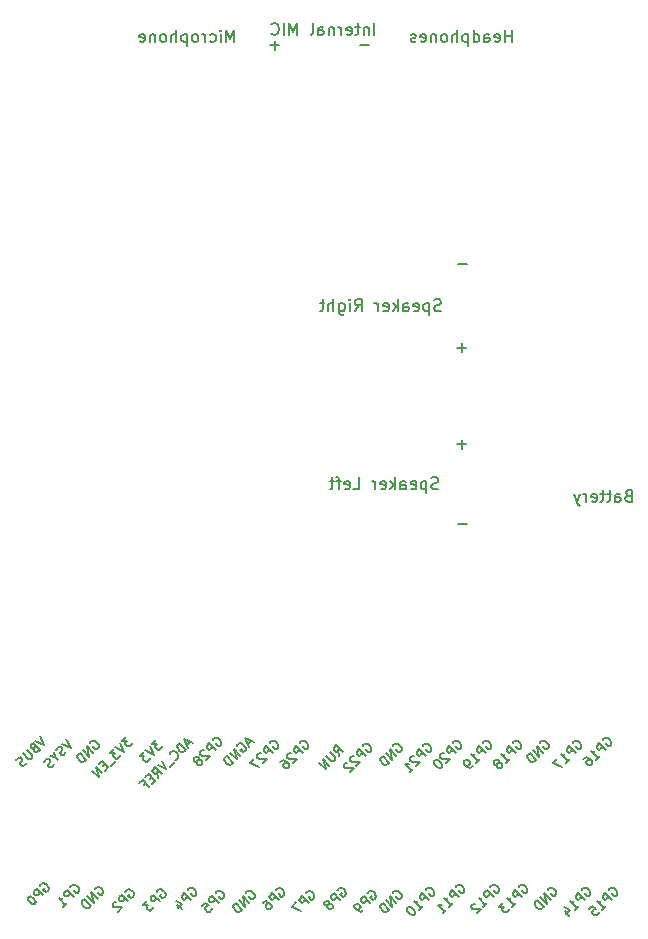
<source format=gbo>
G04 #@! TF.GenerationSoftware,KiCad,Pcbnew,7.0.5-unknown-202306101748~6fbdf8f0e2~ubuntu22.04.1*
G04 #@! TF.CreationDate,2023-09-30T13:34:23+01:00*
G04 #@! TF.ProjectId,things,7468696e-6773-42e6-9b69-6361645f7063,rev?*
G04 #@! TF.SameCoordinates,Original*
G04 #@! TF.FileFunction,Legend,Bot*
G04 #@! TF.FilePolarity,Positive*
%FSLAX46Y46*%
G04 Gerber Fmt 4.6, Leading zero omitted, Abs format (unit mm)*
G04 Created by KiCad (PCBNEW 7.0.5-unknown-202306101748~6fbdf8f0e2~ubuntu22.04.1) date 2023-09-30 13:34:23*
%MOMM*%
%LPD*%
G01*
G04 APERTURE LIST*
%ADD10C,0.150000*%
G04 APERTURE END LIST*
D10*
X140003220Y-143568866D02*
X139241316Y-143568866D01*
X140053220Y-121568866D02*
X139291316Y-121568866D01*
X143808220Y-102739819D02*
X143808220Y-101739819D01*
X143808220Y-102216009D02*
X143236792Y-102216009D01*
X143236792Y-102739819D02*
X143236792Y-101739819D01*
X142379649Y-102692200D02*
X142474887Y-102739819D01*
X142474887Y-102739819D02*
X142665363Y-102739819D01*
X142665363Y-102739819D02*
X142760601Y-102692200D01*
X142760601Y-102692200D02*
X142808220Y-102596961D01*
X142808220Y-102596961D02*
X142808220Y-102216009D01*
X142808220Y-102216009D02*
X142760601Y-102120771D01*
X142760601Y-102120771D02*
X142665363Y-102073152D01*
X142665363Y-102073152D02*
X142474887Y-102073152D01*
X142474887Y-102073152D02*
X142379649Y-102120771D01*
X142379649Y-102120771D02*
X142332030Y-102216009D01*
X142332030Y-102216009D02*
X142332030Y-102311247D01*
X142332030Y-102311247D02*
X142808220Y-102406485D01*
X141474887Y-102739819D02*
X141474887Y-102216009D01*
X141474887Y-102216009D02*
X141522506Y-102120771D01*
X141522506Y-102120771D02*
X141617744Y-102073152D01*
X141617744Y-102073152D02*
X141808220Y-102073152D01*
X141808220Y-102073152D02*
X141903458Y-102120771D01*
X141474887Y-102692200D02*
X141570125Y-102739819D01*
X141570125Y-102739819D02*
X141808220Y-102739819D01*
X141808220Y-102739819D02*
X141903458Y-102692200D01*
X141903458Y-102692200D02*
X141951077Y-102596961D01*
X141951077Y-102596961D02*
X141951077Y-102501723D01*
X141951077Y-102501723D02*
X141903458Y-102406485D01*
X141903458Y-102406485D02*
X141808220Y-102358866D01*
X141808220Y-102358866D02*
X141570125Y-102358866D01*
X141570125Y-102358866D02*
X141474887Y-102311247D01*
X140570125Y-102739819D02*
X140570125Y-101739819D01*
X140570125Y-102692200D02*
X140665363Y-102739819D01*
X140665363Y-102739819D02*
X140855839Y-102739819D01*
X140855839Y-102739819D02*
X140951077Y-102692200D01*
X140951077Y-102692200D02*
X140998696Y-102644580D01*
X140998696Y-102644580D02*
X141046315Y-102549342D01*
X141046315Y-102549342D02*
X141046315Y-102263628D01*
X141046315Y-102263628D02*
X140998696Y-102168390D01*
X140998696Y-102168390D02*
X140951077Y-102120771D01*
X140951077Y-102120771D02*
X140855839Y-102073152D01*
X140855839Y-102073152D02*
X140665363Y-102073152D01*
X140665363Y-102073152D02*
X140570125Y-102120771D01*
X140093934Y-102073152D02*
X140093934Y-103073152D01*
X140093934Y-102120771D02*
X139998696Y-102073152D01*
X139998696Y-102073152D02*
X139808220Y-102073152D01*
X139808220Y-102073152D02*
X139712982Y-102120771D01*
X139712982Y-102120771D02*
X139665363Y-102168390D01*
X139665363Y-102168390D02*
X139617744Y-102263628D01*
X139617744Y-102263628D02*
X139617744Y-102549342D01*
X139617744Y-102549342D02*
X139665363Y-102644580D01*
X139665363Y-102644580D02*
X139712982Y-102692200D01*
X139712982Y-102692200D02*
X139808220Y-102739819D01*
X139808220Y-102739819D02*
X139998696Y-102739819D01*
X139998696Y-102739819D02*
X140093934Y-102692200D01*
X139189172Y-102739819D02*
X139189172Y-101739819D01*
X138760601Y-102739819D02*
X138760601Y-102216009D01*
X138760601Y-102216009D02*
X138808220Y-102120771D01*
X138808220Y-102120771D02*
X138903458Y-102073152D01*
X138903458Y-102073152D02*
X139046315Y-102073152D01*
X139046315Y-102073152D02*
X139141553Y-102120771D01*
X139141553Y-102120771D02*
X139189172Y-102168390D01*
X138141553Y-102739819D02*
X138236791Y-102692200D01*
X138236791Y-102692200D02*
X138284410Y-102644580D01*
X138284410Y-102644580D02*
X138332029Y-102549342D01*
X138332029Y-102549342D02*
X138332029Y-102263628D01*
X138332029Y-102263628D02*
X138284410Y-102168390D01*
X138284410Y-102168390D02*
X138236791Y-102120771D01*
X138236791Y-102120771D02*
X138141553Y-102073152D01*
X138141553Y-102073152D02*
X137998696Y-102073152D01*
X137998696Y-102073152D02*
X137903458Y-102120771D01*
X137903458Y-102120771D02*
X137855839Y-102168390D01*
X137855839Y-102168390D02*
X137808220Y-102263628D01*
X137808220Y-102263628D02*
X137808220Y-102549342D01*
X137808220Y-102549342D02*
X137855839Y-102644580D01*
X137855839Y-102644580D02*
X137903458Y-102692200D01*
X137903458Y-102692200D02*
X137998696Y-102739819D01*
X137998696Y-102739819D02*
X138141553Y-102739819D01*
X137379648Y-102073152D02*
X137379648Y-102739819D01*
X137379648Y-102168390D02*
X137332029Y-102120771D01*
X137332029Y-102120771D02*
X137236791Y-102073152D01*
X137236791Y-102073152D02*
X137093934Y-102073152D01*
X137093934Y-102073152D02*
X136998696Y-102120771D01*
X136998696Y-102120771D02*
X136951077Y-102216009D01*
X136951077Y-102216009D02*
X136951077Y-102739819D01*
X136093934Y-102692200D02*
X136189172Y-102739819D01*
X136189172Y-102739819D02*
X136379648Y-102739819D01*
X136379648Y-102739819D02*
X136474886Y-102692200D01*
X136474886Y-102692200D02*
X136522505Y-102596961D01*
X136522505Y-102596961D02*
X136522505Y-102216009D01*
X136522505Y-102216009D02*
X136474886Y-102120771D01*
X136474886Y-102120771D02*
X136379648Y-102073152D01*
X136379648Y-102073152D02*
X136189172Y-102073152D01*
X136189172Y-102073152D02*
X136093934Y-102120771D01*
X136093934Y-102120771D02*
X136046315Y-102216009D01*
X136046315Y-102216009D02*
X136046315Y-102311247D01*
X136046315Y-102311247D02*
X136522505Y-102406485D01*
X135665362Y-102692200D02*
X135570124Y-102739819D01*
X135570124Y-102739819D02*
X135379648Y-102739819D01*
X135379648Y-102739819D02*
X135284410Y-102692200D01*
X135284410Y-102692200D02*
X135236791Y-102596961D01*
X135236791Y-102596961D02*
X135236791Y-102549342D01*
X135236791Y-102549342D02*
X135284410Y-102454104D01*
X135284410Y-102454104D02*
X135379648Y-102406485D01*
X135379648Y-102406485D02*
X135522505Y-102406485D01*
X135522505Y-102406485D02*
X135617743Y-102358866D01*
X135617743Y-102358866D02*
X135665362Y-102263628D01*
X135665362Y-102263628D02*
X135665362Y-102216009D01*
X135665362Y-102216009D02*
X135617743Y-102120771D01*
X135617743Y-102120771D02*
X135522505Y-102073152D01*
X135522505Y-102073152D02*
X135379648Y-102073152D01*
X135379648Y-102073152D02*
X135284410Y-102120771D01*
X153669887Y-141136009D02*
X153527030Y-141183628D01*
X153527030Y-141183628D02*
X153479411Y-141231247D01*
X153479411Y-141231247D02*
X153431792Y-141326485D01*
X153431792Y-141326485D02*
X153431792Y-141469342D01*
X153431792Y-141469342D02*
X153479411Y-141564580D01*
X153479411Y-141564580D02*
X153527030Y-141612200D01*
X153527030Y-141612200D02*
X153622268Y-141659819D01*
X153622268Y-141659819D02*
X154003220Y-141659819D01*
X154003220Y-141659819D02*
X154003220Y-140659819D01*
X154003220Y-140659819D02*
X153669887Y-140659819D01*
X153669887Y-140659819D02*
X153574649Y-140707438D01*
X153574649Y-140707438D02*
X153527030Y-140755057D01*
X153527030Y-140755057D02*
X153479411Y-140850295D01*
X153479411Y-140850295D02*
X153479411Y-140945533D01*
X153479411Y-140945533D02*
X153527030Y-141040771D01*
X153527030Y-141040771D02*
X153574649Y-141088390D01*
X153574649Y-141088390D02*
X153669887Y-141136009D01*
X153669887Y-141136009D02*
X154003220Y-141136009D01*
X152574649Y-141659819D02*
X152574649Y-141136009D01*
X152574649Y-141136009D02*
X152622268Y-141040771D01*
X152622268Y-141040771D02*
X152717506Y-140993152D01*
X152717506Y-140993152D02*
X152907982Y-140993152D01*
X152907982Y-140993152D02*
X153003220Y-141040771D01*
X152574649Y-141612200D02*
X152669887Y-141659819D01*
X152669887Y-141659819D02*
X152907982Y-141659819D01*
X152907982Y-141659819D02*
X153003220Y-141612200D01*
X153003220Y-141612200D02*
X153050839Y-141516961D01*
X153050839Y-141516961D02*
X153050839Y-141421723D01*
X153050839Y-141421723D02*
X153003220Y-141326485D01*
X153003220Y-141326485D02*
X152907982Y-141278866D01*
X152907982Y-141278866D02*
X152669887Y-141278866D01*
X152669887Y-141278866D02*
X152574649Y-141231247D01*
X152241315Y-140993152D02*
X151860363Y-140993152D01*
X152098458Y-140659819D02*
X152098458Y-141516961D01*
X152098458Y-141516961D02*
X152050839Y-141612200D01*
X152050839Y-141612200D02*
X151955601Y-141659819D01*
X151955601Y-141659819D02*
X151860363Y-141659819D01*
X151669886Y-140993152D02*
X151288934Y-140993152D01*
X151527029Y-140659819D02*
X151527029Y-141516961D01*
X151527029Y-141516961D02*
X151479410Y-141612200D01*
X151479410Y-141612200D02*
X151384172Y-141659819D01*
X151384172Y-141659819D02*
X151288934Y-141659819D01*
X150574648Y-141612200D02*
X150669886Y-141659819D01*
X150669886Y-141659819D02*
X150860362Y-141659819D01*
X150860362Y-141659819D02*
X150955600Y-141612200D01*
X150955600Y-141612200D02*
X151003219Y-141516961D01*
X151003219Y-141516961D02*
X151003219Y-141136009D01*
X151003219Y-141136009D02*
X150955600Y-141040771D01*
X150955600Y-141040771D02*
X150860362Y-140993152D01*
X150860362Y-140993152D02*
X150669886Y-140993152D01*
X150669886Y-140993152D02*
X150574648Y-141040771D01*
X150574648Y-141040771D02*
X150527029Y-141136009D01*
X150527029Y-141136009D02*
X150527029Y-141231247D01*
X150527029Y-141231247D02*
X151003219Y-141326485D01*
X150098457Y-141659819D02*
X150098457Y-140993152D01*
X150098457Y-141183628D02*
X150050838Y-141088390D01*
X150050838Y-141088390D02*
X150003219Y-141040771D01*
X150003219Y-141040771D02*
X149907981Y-140993152D01*
X149907981Y-140993152D02*
X149812743Y-140993152D01*
X149574647Y-140993152D02*
X149336552Y-141659819D01*
X149098457Y-140993152D02*
X149336552Y-141659819D01*
X149336552Y-141659819D02*
X149431790Y-141897914D01*
X149431790Y-141897914D02*
X149479409Y-141945533D01*
X149479409Y-141945533D02*
X149574647Y-141993152D01*
X124123220Y-102993866D02*
X123361316Y-102993866D01*
X123742268Y-103374819D02*
X123742268Y-102612914D01*
X139943220Y-128608866D02*
X139181316Y-128608866D01*
X139562268Y-128989819D02*
X139562268Y-128227914D01*
X131743220Y-102993866D02*
X130981316Y-102993866D01*
X137570839Y-140542200D02*
X137427982Y-140589819D01*
X137427982Y-140589819D02*
X137189887Y-140589819D01*
X137189887Y-140589819D02*
X137094649Y-140542200D01*
X137094649Y-140542200D02*
X137047030Y-140494580D01*
X137047030Y-140494580D02*
X136999411Y-140399342D01*
X136999411Y-140399342D02*
X136999411Y-140304104D01*
X136999411Y-140304104D02*
X137047030Y-140208866D01*
X137047030Y-140208866D02*
X137094649Y-140161247D01*
X137094649Y-140161247D02*
X137189887Y-140113628D01*
X137189887Y-140113628D02*
X137380363Y-140066009D01*
X137380363Y-140066009D02*
X137475601Y-140018390D01*
X137475601Y-140018390D02*
X137523220Y-139970771D01*
X137523220Y-139970771D02*
X137570839Y-139875533D01*
X137570839Y-139875533D02*
X137570839Y-139780295D01*
X137570839Y-139780295D02*
X137523220Y-139685057D01*
X137523220Y-139685057D02*
X137475601Y-139637438D01*
X137475601Y-139637438D02*
X137380363Y-139589819D01*
X137380363Y-139589819D02*
X137142268Y-139589819D01*
X137142268Y-139589819D02*
X136999411Y-139637438D01*
X136570839Y-139923152D02*
X136570839Y-140923152D01*
X136570839Y-139970771D02*
X136475601Y-139923152D01*
X136475601Y-139923152D02*
X136285125Y-139923152D01*
X136285125Y-139923152D02*
X136189887Y-139970771D01*
X136189887Y-139970771D02*
X136142268Y-140018390D01*
X136142268Y-140018390D02*
X136094649Y-140113628D01*
X136094649Y-140113628D02*
X136094649Y-140399342D01*
X136094649Y-140399342D02*
X136142268Y-140494580D01*
X136142268Y-140494580D02*
X136189887Y-140542200D01*
X136189887Y-140542200D02*
X136285125Y-140589819D01*
X136285125Y-140589819D02*
X136475601Y-140589819D01*
X136475601Y-140589819D02*
X136570839Y-140542200D01*
X135285125Y-140542200D02*
X135380363Y-140589819D01*
X135380363Y-140589819D02*
X135570839Y-140589819D01*
X135570839Y-140589819D02*
X135666077Y-140542200D01*
X135666077Y-140542200D02*
X135713696Y-140446961D01*
X135713696Y-140446961D02*
X135713696Y-140066009D01*
X135713696Y-140066009D02*
X135666077Y-139970771D01*
X135666077Y-139970771D02*
X135570839Y-139923152D01*
X135570839Y-139923152D02*
X135380363Y-139923152D01*
X135380363Y-139923152D02*
X135285125Y-139970771D01*
X135285125Y-139970771D02*
X135237506Y-140066009D01*
X135237506Y-140066009D02*
X135237506Y-140161247D01*
X135237506Y-140161247D02*
X135713696Y-140256485D01*
X134380363Y-140589819D02*
X134380363Y-140066009D01*
X134380363Y-140066009D02*
X134427982Y-139970771D01*
X134427982Y-139970771D02*
X134523220Y-139923152D01*
X134523220Y-139923152D02*
X134713696Y-139923152D01*
X134713696Y-139923152D02*
X134808934Y-139970771D01*
X134380363Y-140542200D02*
X134475601Y-140589819D01*
X134475601Y-140589819D02*
X134713696Y-140589819D01*
X134713696Y-140589819D02*
X134808934Y-140542200D01*
X134808934Y-140542200D02*
X134856553Y-140446961D01*
X134856553Y-140446961D02*
X134856553Y-140351723D01*
X134856553Y-140351723D02*
X134808934Y-140256485D01*
X134808934Y-140256485D02*
X134713696Y-140208866D01*
X134713696Y-140208866D02*
X134475601Y-140208866D01*
X134475601Y-140208866D02*
X134380363Y-140161247D01*
X133904172Y-140589819D02*
X133904172Y-139589819D01*
X133808934Y-140208866D02*
X133523220Y-140589819D01*
X133523220Y-139923152D02*
X133904172Y-140304104D01*
X132713696Y-140542200D02*
X132808934Y-140589819D01*
X132808934Y-140589819D02*
X132999410Y-140589819D01*
X132999410Y-140589819D02*
X133094648Y-140542200D01*
X133094648Y-140542200D02*
X133142267Y-140446961D01*
X133142267Y-140446961D02*
X133142267Y-140066009D01*
X133142267Y-140066009D02*
X133094648Y-139970771D01*
X133094648Y-139970771D02*
X132999410Y-139923152D01*
X132999410Y-139923152D02*
X132808934Y-139923152D01*
X132808934Y-139923152D02*
X132713696Y-139970771D01*
X132713696Y-139970771D02*
X132666077Y-140066009D01*
X132666077Y-140066009D02*
X132666077Y-140161247D01*
X132666077Y-140161247D02*
X133142267Y-140256485D01*
X132237505Y-140589819D02*
X132237505Y-139923152D01*
X132237505Y-140113628D02*
X132189886Y-140018390D01*
X132189886Y-140018390D02*
X132142267Y-139970771D01*
X132142267Y-139970771D02*
X132047029Y-139923152D01*
X132047029Y-139923152D02*
X131951791Y-139923152D01*
X130380362Y-140589819D02*
X130856552Y-140589819D01*
X130856552Y-140589819D02*
X130856552Y-139589819D01*
X129666076Y-140542200D02*
X129761314Y-140589819D01*
X129761314Y-140589819D02*
X129951790Y-140589819D01*
X129951790Y-140589819D02*
X130047028Y-140542200D01*
X130047028Y-140542200D02*
X130094647Y-140446961D01*
X130094647Y-140446961D02*
X130094647Y-140066009D01*
X130094647Y-140066009D02*
X130047028Y-139970771D01*
X130047028Y-139970771D02*
X129951790Y-139923152D01*
X129951790Y-139923152D02*
X129761314Y-139923152D01*
X129761314Y-139923152D02*
X129666076Y-139970771D01*
X129666076Y-139970771D02*
X129618457Y-140066009D01*
X129618457Y-140066009D02*
X129618457Y-140161247D01*
X129618457Y-140161247D02*
X130094647Y-140256485D01*
X129332742Y-139923152D02*
X128951790Y-139923152D01*
X129189885Y-140589819D02*
X129189885Y-139732676D01*
X129189885Y-139732676D02*
X129142266Y-139637438D01*
X129142266Y-139637438D02*
X129047028Y-139589819D01*
X129047028Y-139589819D02*
X128951790Y-139589819D01*
X128761313Y-139923152D02*
X128380361Y-139923152D01*
X128618456Y-139589819D02*
X128618456Y-140446961D01*
X128618456Y-140446961D02*
X128570837Y-140542200D01*
X128570837Y-140542200D02*
X128475599Y-140589819D01*
X128475599Y-140589819D02*
X128380361Y-140589819D01*
X132173220Y-102139819D02*
X132173220Y-101139819D01*
X131697030Y-101473152D02*
X131697030Y-102139819D01*
X131697030Y-101568390D02*
X131649411Y-101520771D01*
X131649411Y-101520771D02*
X131554173Y-101473152D01*
X131554173Y-101473152D02*
X131411316Y-101473152D01*
X131411316Y-101473152D02*
X131316078Y-101520771D01*
X131316078Y-101520771D02*
X131268459Y-101616009D01*
X131268459Y-101616009D02*
X131268459Y-102139819D01*
X130935125Y-101473152D02*
X130554173Y-101473152D01*
X130792268Y-101139819D02*
X130792268Y-101996961D01*
X130792268Y-101996961D02*
X130744649Y-102092200D01*
X130744649Y-102092200D02*
X130649411Y-102139819D01*
X130649411Y-102139819D02*
X130554173Y-102139819D01*
X129839887Y-102092200D02*
X129935125Y-102139819D01*
X129935125Y-102139819D02*
X130125601Y-102139819D01*
X130125601Y-102139819D02*
X130220839Y-102092200D01*
X130220839Y-102092200D02*
X130268458Y-101996961D01*
X130268458Y-101996961D02*
X130268458Y-101616009D01*
X130268458Y-101616009D02*
X130220839Y-101520771D01*
X130220839Y-101520771D02*
X130125601Y-101473152D01*
X130125601Y-101473152D02*
X129935125Y-101473152D01*
X129935125Y-101473152D02*
X129839887Y-101520771D01*
X129839887Y-101520771D02*
X129792268Y-101616009D01*
X129792268Y-101616009D02*
X129792268Y-101711247D01*
X129792268Y-101711247D02*
X130268458Y-101806485D01*
X129363696Y-102139819D02*
X129363696Y-101473152D01*
X129363696Y-101663628D02*
X129316077Y-101568390D01*
X129316077Y-101568390D02*
X129268458Y-101520771D01*
X129268458Y-101520771D02*
X129173220Y-101473152D01*
X129173220Y-101473152D02*
X129077982Y-101473152D01*
X128744648Y-101473152D02*
X128744648Y-102139819D01*
X128744648Y-101568390D02*
X128697029Y-101520771D01*
X128697029Y-101520771D02*
X128601791Y-101473152D01*
X128601791Y-101473152D02*
X128458934Y-101473152D01*
X128458934Y-101473152D02*
X128363696Y-101520771D01*
X128363696Y-101520771D02*
X128316077Y-101616009D01*
X128316077Y-101616009D02*
X128316077Y-102139819D01*
X127411315Y-102139819D02*
X127411315Y-101616009D01*
X127411315Y-101616009D02*
X127458934Y-101520771D01*
X127458934Y-101520771D02*
X127554172Y-101473152D01*
X127554172Y-101473152D02*
X127744648Y-101473152D01*
X127744648Y-101473152D02*
X127839886Y-101520771D01*
X127411315Y-102092200D02*
X127506553Y-102139819D01*
X127506553Y-102139819D02*
X127744648Y-102139819D01*
X127744648Y-102139819D02*
X127839886Y-102092200D01*
X127839886Y-102092200D02*
X127887505Y-101996961D01*
X127887505Y-101996961D02*
X127887505Y-101901723D01*
X127887505Y-101901723D02*
X127839886Y-101806485D01*
X127839886Y-101806485D02*
X127744648Y-101758866D01*
X127744648Y-101758866D02*
X127506553Y-101758866D01*
X127506553Y-101758866D02*
X127411315Y-101711247D01*
X126792267Y-102139819D02*
X126887505Y-102092200D01*
X126887505Y-102092200D02*
X126935124Y-101996961D01*
X126935124Y-101996961D02*
X126935124Y-101139819D01*
X125649409Y-102139819D02*
X125649409Y-101139819D01*
X125649409Y-101139819D02*
X125316076Y-101854104D01*
X125316076Y-101854104D02*
X124982743Y-101139819D01*
X124982743Y-101139819D02*
X124982743Y-102139819D01*
X124506552Y-102139819D02*
X124506552Y-101139819D01*
X123458934Y-102044580D02*
X123506553Y-102092200D01*
X123506553Y-102092200D02*
X123649410Y-102139819D01*
X123649410Y-102139819D02*
X123744648Y-102139819D01*
X123744648Y-102139819D02*
X123887505Y-102092200D01*
X123887505Y-102092200D02*
X123982743Y-101996961D01*
X123982743Y-101996961D02*
X124030362Y-101901723D01*
X124030362Y-101901723D02*
X124077981Y-101711247D01*
X124077981Y-101711247D02*
X124077981Y-101568390D01*
X124077981Y-101568390D02*
X124030362Y-101377914D01*
X124030362Y-101377914D02*
X123982743Y-101282676D01*
X123982743Y-101282676D02*
X123887505Y-101187438D01*
X123887505Y-101187438D02*
X123744648Y-101139819D01*
X123744648Y-101139819D02*
X123649410Y-101139819D01*
X123649410Y-101139819D02*
X123506553Y-101187438D01*
X123506553Y-101187438D02*
X123458934Y-101235057D01*
X120313220Y-102739819D02*
X120313220Y-101739819D01*
X120313220Y-101739819D02*
X119979887Y-102454104D01*
X119979887Y-102454104D02*
X119646554Y-101739819D01*
X119646554Y-101739819D02*
X119646554Y-102739819D01*
X119170363Y-102739819D02*
X119170363Y-102073152D01*
X119170363Y-101739819D02*
X119217982Y-101787438D01*
X119217982Y-101787438D02*
X119170363Y-101835057D01*
X119170363Y-101835057D02*
X119122744Y-101787438D01*
X119122744Y-101787438D02*
X119170363Y-101739819D01*
X119170363Y-101739819D02*
X119170363Y-101835057D01*
X118265602Y-102692200D02*
X118360840Y-102739819D01*
X118360840Y-102739819D02*
X118551316Y-102739819D01*
X118551316Y-102739819D02*
X118646554Y-102692200D01*
X118646554Y-102692200D02*
X118694173Y-102644580D01*
X118694173Y-102644580D02*
X118741792Y-102549342D01*
X118741792Y-102549342D02*
X118741792Y-102263628D01*
X118741792Y-102263628D02*
X118694173Y-102168390D01*
X118694173Y-102168390D02*
X118646554Y-102120771D01*
X118646554Y-102120771D02*
X118551316Y-102073152D01*
X118551316Y-102073152D02*
X118360840Y-102073152D01*
X118360840Y-102073152D02*
X118265602Y-102120771D01*
X117837030Y-102739819D02*
X117837030Y-102073152D01*
X117837030Y-102263628D02*
X117789411Y-102168390D01*
X117789411Y-102168390D02*
X117741792Y-102120771D01*
X117741792Y-102120771D02*
X117646554Y-102073152D01*
X117646554Y-102073152D02*
X117551316Y-102073152D01*
X117075125Y-102739819D02*
X117170363Y-102692200D01*
X117170363Y-102692200D02*
X117217982Y-102644580D01*
X117217982Y-102644580D02*
X117265601Y-102549342D01*
X117265601Y-102549342D02*
X117265601Y-102263628D01*
X117265601Y-102263628D02*
X117217982Y-102168390D01*
X117217982Y-102168390D02*
X117170363Y-102120771D01*
X117170363Y-102120771D02*
X117075125Y-102073152D01*
X117075125Y-102073152D02*
X116932268Y-102073152D01*
X116932268Y-102073152D02*
X116837030Y-102120771D01*
X116837030Y-102120771D02*
X116789411Y-102168390D01*
X116789411Y-102168390D02*
X116741792Y-102263628D01*
X116741792Y-102263628D02*
X116741792Y-102549342D01*
X116741792Y-102549342D02*
X116789411Y-102644580D01*
X116789411Y-102644580D02*
X116837030Y-102692200D01*
X116837030Y-102692200D02*
X116932268Y-102739819D01*
X116932268Y-102739819D02*
X117075125Y-102739819D01*
X116313220Y-102073152D02*
X116313220Y-103073152D01*
X116313220Y-102120771D02*
X116217982Y-102073152D01*
X116217982Y-102073152D02*
X116027506Y-102073152D01*
X116027506Y-102073152D02*
X115932268Y-102120771D01*
X115932268Y-102120771D02*
X115884649Y-102168390D01*
X115884649Y-102168390D02*
X115837030Y-102263628D01*
X115837030Y-102263628D02*
X115837030Y-102549342D01*
X115837030Y-102549342D02*
X115884649Y-102644580D01*
X115884649Y-102644580D02*
X115932268Y-102692200D01*
X115932268Y-102692200D02*
X116027506Y-102739819D01*
X116027506Y-102739819D02*
X116217982Y-102739819D01*
X116217982Y-102739819D02*
X116313220Y-102692200D01*
X115408458Y-102739819D02*
X115408458Y-101739819D01*
X114979887Y-102739819D02*
X114979887Y-102216009D01*
X114979887Y-102216009D02*
X115027506Y-102120771D01*
X115027506Y-102120771D02*
X115122744Y-102073152D01*
X115122744Y-102073152D02*
X115265601Y-102073152D01*
X115265601Y-102073152D02*
X115360839Y-102120771D01*
X115360839Y-102120771D02*
X115408458Y-102168390D01*
X114360839Y-102739819D02*
X114456077Y-102692200D01*
X114456077Y-102692200D02*
X114503696Y-102644580D01*
X114503696Y-102644580D02*
X114551315Y-102549342D01*
X114551315Y-102549342D02*
X114551315Y-102263628D01*
X114551315Y-102263628D02*
X114503696Y-102168390D01*
X114503696Y-102168390D02*
X114456077Y-102120771D01*
X114456077Y-102120771D02*
X114360839Y-102073152D01*
X114360839Y-102073152D02*
X114217982Y-102073152D01*
X114217982Y-102073152D02*
X114122744Y-102120771D01*
X114122744Y-102120771D02*
X114075125Y-102168390D01*
X114075125Y-102168390D02*
X114027506Y-102263628D01*
X114027506Y-102263628D02*
X114027506Y-102549342D01*
X114027506Y-102549342D02*
X114075125Y-102644580D01*
X114075125Y-102644580D02*
X114122744Y-102692200D01*
X114122744Y-102692200D02*
X114217982Y-102739819D01*
X114217982Y-102739819D02*
X114360839Y-102739819D01*
X113598934Y-102073152D02*
X113598934Y-102739819D01*
X113598934Y-102168390D02*
X113551315Y-102120771D01*
X113551315Y-102120771D02*
X113456077Y-102073152D01*
X113456077Y-102073152D02*
X113313220Y-102073152D01*
X113313220Y-102073152D02*
X113217982Y-102120771D01*
X113217982Y-102120771D02*
X113170363Y-102216009D01*
X113170363Y-102216009D02*
X113170363Y-102739819D01*
X112313220Y-102692200D02*
X112408458Y-102739819D01*
X112408458Y-102739819D02*
X112598934Y-102739819D01*
X112598934Y-102739819D02*
X112694172Y-102692200D01*
X112694172Y-102692200D02*
X112741791Y-102596961D01*
X112741791Y-102596961D02*
X112741791Y-102216009D01*
X112741791Y-102216009D02*
X112694172Y-102120771D01*
X112694172Y-102120771D02*
X112598934Y-102073152D01*
X112598934Y-102073152D02*
X112408458Y-102073152D01*
X112408458Y-102073152D02*
X112313220Y-102120771D01*
X112313220Y-102120771D02*
X112265601Y-102216009D01*
X112265601Y-102216009D02*
X112265601Y-102311247D01*
X112265601Y-102311247D02*
X112741791Y-102406485D01*
X139943220Y-136808866D02*
X139181316Y-136808866D01*
X139562268Y-137189819D02*
X139562268Y-136427914D01*
X137800839Y-125472200D02*
X137657982Y-125519819D01*
X137657982Y-125519819D02*
X137419887Y-125519819D01*
X137419887Y-125519819D02*
X137324649Y-125472200D01*
X137324649Y-125472200D02*
X137277030Y-125424580D01*
X137277030Y-125424580D02*
X137229411Y-125329342D01*
X137229411Y-125329342D02*
X137229411Y-125234104D01*
X137229411Y-125234104D02*
X137277030Y-125138866D01*
X137277030Y-125138866D02*
X137324649Y-125091247D01*
X137324649Y-125091247D02*
X137419887Y-125043628D01*
X137419887Y-125043628D02*
X137610363Y-124996009D01*
X137610363Y-124996009D02*
X137705601Y-124948390D01*
X137705601Y-124948390D02*
X137753220Y-124900771D01*
X137753220Y-124900771D02*
X137800839Y-124805533D01*
X137800839Y-124805533D02*
X137800839Y-124710295D01*
X137800839Y-124710295D02*
X137753220Y-124615057D01*
X137753220Y-124615057D02*
X137705601Y-124567438D01*
X137705601Y-124567438D02*
X137610363Y-124519819D01*
X137610363Y-124519819D02*
X137372268Y-124519819D01*
X137372268Y-124519819D02*
X137229411Y-124567438D01*
X136800839Y-124853152D02*
X136800839Y-125853152D01*
X136800839Y-124900771D02*
X136705601Y-124853152D01*
X136705601Y-124853152D02*
X136515125Y-124853152D01*
X136515125Y-124853152D02*
X136419887Y-124900771D01*
X136419887Y-124900771D02*
X136372268Y-124948390D01*
X136372268Y-124948390D02*
X136324649Y-125043628D01*
X136324649Y-125043628D02*
X136324649Y-125329342D01*
X136324649Y-125329342D02*
X136372268Y-125424580D01*
X136372268Y-125424580D02*
X136419887Y-125472200D01*
X136419887Y-125472200D02*
X136515125Y-125519819D01*
X136515125Y-125519819D02*
X136705601Y-125519819D01*
X136705601Y-125519819D02*
X136800839Y-125472200D01*
X135515125Y-125472200D02*
X135610363Y-125519819D01*
X135610363Y-125519819D02*
X135800839Y-125519819D01*
X135800839Y-125519819D02*
X135896077Y-125472200D01*
X135896077Y-125472200D02*
X135943696Y-125376961D01*
X135943696Y-125376961D02*
X135943696Y-124996009D01*
X135943696Y-124996009D02*
X135896077Y-124900771D01*
X135896077Y-124900771D02*
X135800839Y-124853152D01*
X135800839Y-124853152D02*
X135610363Y-124853152D01*
X135610363Y-124853152D02*
X135515125Y-124900771D01*
X135515125Y-124900771D02*
X135467506Y-124996009D01*
X135467506Y-124996009D02*
X135467506Y-125091247D01*
X135467506Y-125091247D02*
X135943696Y-125186485D01*
X134610363Y-125519819D02*
X134610363Y-124996009D01*
X134610363Y-124996009D02*
X134657982Y-124900771D01*
X134657982Y-124900771D02*
X134753220Y-124853152D01*
X134753220Y-124853152D02*
X134943696Y-124853152D01*
X134943696Y-124853152D02*
X135038934Y-124900771D01*
X134610363Y-125472200D02*
X134705601Y-125519819D01*
X134705601Y-125519819D02*
X134943696Y-125519819D01*
X134943696Y-125519819D02*
X135038934Y-125472200D01*
X135038934Y-125472200D02*
X135086553Y-125376961D01*
X135086553Y-125376961D02*
X135086553Y-125281723D01*
X135086553Y-125281723D02*
X135038934Y-125186485D01*
X135038934Y-125186485D02*
X134943696Y-125138866D01*
X134943696Y-125138866D02*
X134705601Y-125138866D01*
X134705601Y-125138866D02*
X134610363Y-125091247D01*
X134134172Y-125519819D02*
X134134172Y-124519819D01*
X134038934Y-125138866D02*
X133753220Y-125519819D01*
X133753220Y-124853152D02*
X134134172Y-125234104D01*
X132943696Y-125472200D02*
X133038934Y-125519819D01*
X133038934Y-125519819D02*
X133229410Y-125519819D01*
X133229410Y-125519819D02*
X133324648Y-125472200D01*
X133324648Y-125472200D02*
X133372267Y-125376961D01*
X133372267Y-125376961D02*
X133372267Y-124996009D01*
X133372267Y-124996009D02*
X133324648Y-124900771D01*
X133324648Y-124900771D02*
X133229410Y-124853152D01*
X133229410Y-124853152D02*
X133038934Y-124853152D01*
X133038934Y-124853152D02*
X132943696Y-124900771D01*
X132943696Y-124900771D02*
X132896077Y-124996009D01*
X132896077Y-124996009D02*
X132896077Y-125091247D01*
X132896077Y-125091247D02*
X133372267Y-125186485D01*
X132467505Y-125519819D02*
X132467505Y-124853152D01*
X132467505Y-125043628D02*
X132419886Y-124948390D01*
X132419886Y-124948390D02*
X132372267Y-124900771D01*
X132372267Y-124900771D02*
X132277029Y-124853152D01*
X132277029Y-124853152D02*
X132181791Y-124853152D01*
X130515124Y-125519819D02*
X130848457Y-125043628D01*
X131086552Y-125519819D02*
X131086552Y-124519819D01*
X131086552Y-124519819D02*
X130705600Y-124519819D01*
X130705600Y-124519819D02*
X130610362Y-124567438D01*
X130610362Y-124567438D02*
X130562743Y-124615057D01*
X130562743Y-124615057D02*
X130515124Y-124710295D01*
X130515124Y-124710295D02*
X130515124Y-124853152D01*
X130515124Y-124853152D02*
X130562743Y-124948390D01*
X130562743Y-124948390D02*
X130610362Y-124996009D01*
X130610362Y-124996009D02*
X130705600Y-125043628D01*
X130705600Y-125043628D02*
X131086552Y-125043628D01*
X130086552Y-125519819D02*
X130086552Y-124853152D01*
X130086552Y-124519819D02*
X130134171Y-124567438D01*
X130134171Y-124567438D02*
X130086552Y-124615057D01*
X130086552Y-124615057D02*
X130038933Y-124567438D01*
X130038933Y-124567438D02*
X130086552Y-124519819D01*
X130086552Y-124519819D02*
X130086552Y-124615057D01*
X129181791Y-124853152D02*
X129181791Y-125662676D01*
X129181791Y-125662676D02*
X129229410Y-125757914D01*
X129229410Y-125757914D02*
X129277029Y-125805533D01*
X129277029Y-125805533D02*
X129372267Y-125853152D01*
X129372267Y-125853152D02*
X129515124Y-125853152D01*
X129515124Y-125853152D02*
X129610362Y-125805533D01*
X129181791Y-125472200D02*
X129277029Y-125519819D01*
X129277029Y-125519819D02*
X129467505Y-125519819D01*
X129467505Y-125519819D02*
X129562743Y-125472200D01*
X129562743Y-125472200D02*
X129610362Y-125424580D01*
X129610362Y-125424580D02*
X129657981Y-125329342D01*
X129657981Y-125329342D02*
X129657981Y-125043628D01*
X129657981Y-125043628D02*
X129610362Y-124948390D01*
X129610362Y-124948390D02*
X129562743Y-124900771D01*
X129562743Y-124900771D02*
X129467505Y-124853152D01*
X129467505Y-124853152D02*
X129277029Y-124853152D01*
X129277029Y-124853152D02*
X129181791Y-124900771D01*
X128705600Y-125519819D02*
X128705600Y-124519819D01*
X128277029Y-125519819D02*
X128277029Y-124996009D01*
X128277029Y-124996009D02*
X128324648Y-124900771D01*
X128324648Y-124900771D02*
X128419886Y-124853152D01*
X128419886Y-124853152D02*
X128562743Y-124853152D01*
X128562743Y-124853152D02*
X128657981Y-124900771D01*
X128657981Y-124900771D02*
X128705600Y-124948390D01*
X127943695Y-124853152D02*
X127562743Y-124853152D01*
X127800838Y-124519819D02*
X127800838Y-125376961D01*
X127800838Y-125376961D02*
X127753219Y-125472200D01*
X127753219Y-125472200D02*
X127657981Y-125519819D01*
X127657981Y-125519819D02*
X127562743Y-125519819D01*
X146833431Y-174546435D02*
X146860368Y-174465623D01*
X146860368Y-174465623D02*
X146941180Y-174384811D01*
X146941180Y-174384811D02*
X147048930Y-174330936D01*
X147048930Y-174330936D02*
X147156680Y-174330936D01*
X147156680Y-174330936D02*
X147237492Y-174357873D01*
X147237492Y-174357873D02*
X147372179Y-174438685D01*
X147372179Y-174438685D02*
X147452991Y-174519498D01*
X147452991Y-174519498D02*
X147533803Y-174654185D01*
X147533803Y-174654185D02*
X147560741Y-174734997D01*
X147560741Y-174734997D02*
X147560741Y-174842746D01*
X147560741Y-174842746D02*
X147506866Y-174950496D01*
X147506866Y-174950496D02*
X147452991Y-175004371D01*
X147452991Y-175004371D02*
X147345241Y-175058246D01*
X147345241Y-175058246D02*
X147291367Y-175058246D01*
X147291367Y-175058246D02*
X147102805Y-174869684D01*
X147102805Y-174869684D02*
X147210554Y-174761934D01*
X147102805Y-175354557D02*
X146537119Y-174788872D01*
X146537119Y-174788872D02*
X146779556Y-175677806D01*
X146779556Y-175677806D02*
X146213871Y-175112120D01*
X146510182Y-175947180D02*
X145944497Y-175381494D01*
X145944497Y-175381494D02*
X145809810Y-175516181D01*
X145809810Y-175516181D02*
X145755935Y-175623931D01*
X145755935Y-175623931D02*
X145755935Y-175731680D01*
X145755935Y-175731680D02*
X145782872Y-175812493D01*
X145782872Y-175812493D02*
X145863685Y-175947180D01*
X145863685Y-175947180D02*
X145944497Y-176027992D01*
X145944497Y-176027992D02*
X146079184Y-176108804D01*
X146079184Y-176108804D02*
X146159996Y-176135741D01*
X146159996Y-176135741D02*
X146267746Y-176135741D01*
X146267746Y-176135741D02*
X146375495Y-176081867D01*
X146375495Y-176081867D02*
X146510182Y-175947180D01*
X136534868Y-174557998D02*
X136561805Y-174477185D01*
X136561805Y-174477185D02*
X136642618Y-174396373D01*
X136642618Y-174396373D02*
X136750367Y-174342498D01*
X136750367Y-174342498D02*
X136858117Y-174342498D01*
X136858117Y-174342498D02*
X136938929Y-174369436D01*
X136938929Y-174369436D02*
X137073616Y-174450248D01*
X137073616Y-174450248D02*
X137154428Y-174531060D01*
X137154428Y-174531060D02*
X137235241Y-174665747D01*
X137235241Y-174665747D02*
X137262178Y-174746560D01*
X137262178Y-174746560D02*
X137262178Y-174854309D01*
X137262178Y-174854309D02*
X137208303Y-174962059D01*
X137208303Y-174962059D02*
X137154428Y-175015934D01*
X137154428Y-175015934D02*
X137046679Y-175069808D01*
X137046679Y-175069808D02*
X136992804Y-175069808D01*
X136992804Y-175069808D02*
X136804242Y-174881247D01*
X136804242Y-174881247D02*
X136911992Y-174773497D01*
X136804242Y-175366120D02*
X136238557Y-174800434D01*
X136238557Y-174800434D02*
X136023057Y-175015934D01*
X136023057Y-175015934D02*
X135996120Y-175096746D01*
X135996120Y-175096746D02*
X135996120Y-175150621D01*
X135996120Y-175150621D02*
X136023057Y-175231433D01*
X136023057Y-175231433D02*
X136103870Y-175312245D01*
X136103870Y-175312245D02*
X136184682Y-175339182D01*
X136184682Y-175339182D02*
X136238557Y-175339182D01*
X136238557Y-175339182D02*
X136319369Y-175312245D01*
X136319369Y-175312245D02*
X136534868Y-175096746D01*
X135942245Y-176228117D02*
X136265494Y-175904868D01*
X136103870Y-176066492D02*
X135538184Y-175500807D01*
X135538184Y-175500807D02*
X135672871Y-175527744D01*
X135672871Y-175527744D02*
X135780621Y-175527744D01*
X135780621Y-175527744D02*
X135861433Y-175500807D01*
X135026373Y-176012618D02*
X134972499Y-176066492D01*
X134972499Y-176066492D02*
X134945561Y-176147305D01*
X134945561Y-176147305D02*
X134945561Y-176201179D01*
X134945561Y-176201179D02*
X134972499Y-176281992D01*
X134972499Y-176281992D02*
X135053311Y-176416679D01*
X135053311Y-176416679D02*
X135187998Y-176551366D01*
X135187998Y-176551366D02*
X135322685Y-176632178D01*
X135322685Y-176632178D02*
X135403497Y-176659115D01*
X135403497Y-176659115D02*
X135457372Y-176659115D01*
X135457372Y-176659115D02*
X135538184Y-176632178D01*
X135538184Y-176632178D02*
X135592059Y-176578303D01*
X135592059Y-176578303D02*
X135618996Y-176497491D01*
X135618996Y-176497491D02*
X135618996Y-176443616D01*
X135618996Y-176443616D02*
X135592059Y-176362804D01*
X135592059Y-176362804D02*
X135511247Y-176228117D01*
X135511247Y-176228117D02*
X135376560Y-176093430D01*
X135376560Y-176093430D02*
X135241873Y-176012618D01*
X135241873Y-176012618D02*
X135161060Y-175985680D01*
X135161060Y-175985680D02*
X135107186Y-175985680D01*
X135107186Y-175985680D02*
X135026373Y-176012618D01*
X103871494Y-174173372D02*
X103898431Y-174092560D01*
X103898431Y-174092560D02*
X103979243Y-174011748D01*
X103979243Y-174011748D02*
X104086993Y-173957873D01*
X104086993Y-173957873D02*
X104194742Y-173957873D01*
X104194742Y-173957873D02*
X104275555Y-173984810D01*
X104275555Y-173984810D02*
X104410242Y-174065623D01*
X104410242Y-174065623D02*
X104491054Y-174146435D01*
X104491054Y-174146435D02*
X104571866Y-174281122D01*
X104571866Y-174281122D02*
X104598803Y-174361934D01*
X104598803Y-174361934D02*
X104598803Y-174469684D01*
X104598803Y-174469684D02*
X104544929Y-174577433D01*
X104544929Y-174577433D02*
X104491054Y-174631308D01*
X104491054Y-174631308D02*
X104383304Y-174685183D01*
X104383304Y-174685183D02*
X104329429Y-174685183D01*
X104329429Y-174685183D02*
X104140868Y-174496621D01*
X104140868Y-174496621D02*
X104248617Y-174388871D01*
X104140868Y-174981494D02*
X103575182Y-174415809D01*
X103575182Y-174415809D02*
X103359683Y-174631308D01*
X103359683Y-174631308D02*
X103332746Y-174712120D01*
X103332746Y-174712120D02*
X103332746Y-174765995D01*
X103332746Y-174765995D02*
X103359683Y-174846807D01*
X103359683Y-174846807D02*
X103440495Y-174927619D01*
X103440495Y-174927619D02*
X103521307Y-174954557D01*
X103521307Y-174954557D02*
X103575182Y-174954557D01*
X103575182Y-174954557D02*
X103655994Y-174927619D01*
X103655994Y-174927619D02*
X103871494Y-174712120D01*
X102901747Y-175089244D02*
X102847872Y-175143119D01*
X102847872Y-175143119D02*
X102820935Y-175223931D01*
X102820935Y-175223931D02*
X102820935Y-175277806D01*
X102820935Y-175277806D02*
X102847872Y-175358618D01*
X102847872Y-175358618D02*
X102928685Y-175493305D01*
X102928685Y-175493305D02*
X103063372Y-175627992D01*
X103063372Y-175627992D02*
X103198059Y-175708804D01*
X103198059Y-175708804D02*
X103278871Y-175735741D01*
X103278871Y-175735741D02*
X103332746Y-175735741D01*
X103332746Y-175735741D02*
X103413558Y-175708804D01*
X103413558Y-175708804D02*
X103467433Y-175654929D01*
X103467433Y-175654929D02*
X103494370Y-175574117D01*
X103494370Y-175574117D02*
X103494370Y-175520242D01*
X103494370Y-175520242D02*
X103467433Y-175439430D01*
X103467433Y-175439430D02*
X103386620Y-175304743D01*
X103386620Y-175304743D02*
X103251933Y-175170056D01*
X103251933Y-175170056D02*
X103117246Y-175089244D01*
X103117246Y-175089244D02*
X103036434Y-175062306D01*
X103036434Y-175062306D02*
X102982559Y-175062306D01*
X102982559Y-175062306D02*
X102901747Y-175089244D01*
X131200868Y-162365998D02*
X131227805Y-162285185D01*
X131227805Y-162285185D02*
X131308618Y-162204373D01*
X131308618Y-162204373D02*
X131416367Y-162150498D01*
X131416367Y-162150498D02*
X131524117Y-162150498D01*
X131524117Y-162150498D02*
X131604929Y-162177436D01*
X131604929Y-162177436D02*
X131739616Y-162258248D01*
X131739616Y-162258248D02*
X131820428Y-162339060D01*
X131820428Y-162339060D02*
X131901241Y-162473747D01*
X131901241Y-162473747D02*
X131928178Y-162554560D01*
X131928178Y-162554560D02*
X131928178Y-162662309D01*
X131928178Y-162662309D02*
X131874303Y-162770059D01*
X131874303Y-162770059D02*
X131820428Y-162823934D01*
X131820428Y-162823934D02*
X131712679Y-162877808D01*
X131712679Y-162877808D02*
X131658804Y-162877808D01*
X131658804Y-162877808D02*
X131470242Y-162689247D01*
X131470242Y-162689247D02*
X131577992Y-162581497D01*
X131470242Y-163174120D02*
X130904557Y-162608434D01*
X130904557Y-162608434D02*
X130689057Y-162823934D01*
X130689057Y-162823934D02*
X130662120Y-162904746D01*
X130662120Y-162904746D02*
X130662120Y-162958621D01*
X130662120Y-162958621D02*
X130689057Y-163039433D01*
X130689057Y-163039433D02*
X130769870Y-163120245D01*
X130769870Y-163120245D02*
X130850682Y-163147182D01*
X130850682Y-163147182D02*
X130904557Y-163147182D01*
X130904557Y-163147182D02*
X130985369Y-163120245D01*
X130985369Y-163120245D02*
X131200868Y-162904746D01*
X130419683Y-163201057D02*
X130365809Y-163201057D01*
X130365809Y-163201057D02*
X130284996Y-163227995D01*
X130284996Y-163227995D02*
X130150309Y-163362682D01*
X130150309Y-163362682D02*
X130123372Y-163443494D01*
X130123372Y-163443494D02*
X130123372Y-163497369D01*
X130123372Y-163497369D02*
X130150309Y-163578181D01*
X130150309Y-163578181D02*
X130204184Y-163632056D01*
X130204184Y-163632056D02*
X130311934Y-163685930D01*
X130311934Y-163685930D02*
X130958431Y-163685930D01*
X130958431Y-163685930D02*
X130608245Y-164036117D01*
X129880935Y-163739805D02*
X129827060Y-163739805D01*
X129827060Y-163739805D02*
X129746248Y-163766743D01*
X129746248Y-163766743D02*
X129611561Y-163901430D01*
X129611561Y-163901430D02*
X129584624Y-163982242D01*
X129584624Y-163982242D02*
X129584624Y-164036117D01*
X129584624Y-164036117D02*
X129611561Y-164116929D01*
X129611561Y-164116929D02*
X129665436Y-164170804D01*
X129665436Y-164170804D02*
X129773186Y-164224679D01*
X129773186Y-164224679D02*
X130419683Y-164224679D01*
X130419683Y-164224679D02*
X130069497Y-164574865D01*
X118500868Y-161857998D02*
X118527805Y-161777185D01*
X118527805Y-161777185D02*
X118608618Y-161696373D01*
X118608618Y-161696373D02*
X118716367Y-161642498D01*
X118716367Y-161642498D02*
X118824117Y-161642498D01*
X118824117Y-161642498D02*
X118904929Y-161669436D01*
X118904929Y-161669436D02*
X119039616Y-161750248D01*
X119039616Y-161750248D02*
X119120428Y-161831060D01*
X119120428Y-161831060D02*
X119201241Y-161965747D01*
X119201241Y-161965747D02*
X119228178Y-162046560D01*
X119228178Y-162046560D02*
X119228178Y-162154309D01*
X119228178Y-162154309D02*
X119174303Y-162262059D01*
X119174303Y-162262059D02*
X119120428Y-162315934D01*
X119120428Y-162315934D02*
X119012679Y-162369808D01*
X119012679Y-162369808D02*
X118958804Y-162369808D01*
X118958804Y-162369808D02*
X118770242Y-162181247D01*
X118770242Y-162181247D02*
X118877992Y-162073497D01*
X118770242Y-162666120D02*
X118204557Y-162100434D01*
X118204557Y-162100434D02*
X117989057Y-162315934D01*
X117989057Y-162315934D02*
X117962120Y-162396746D01*
X117962120Y-162396746D02*
X117962120Y-162450621D01*
X117962120Y-162450621D02*
X117989057Y-162531433D01*
X117989057Y-162531433D02*
X118069870Y-162612245D01*
X118069870Y-162612245D02*
X118150682Y-162639182D01*
X118150682Y-162639182D02*
X118204557Y-162639182D01*
X118204557Y-162639182D02*
X118285369Y-162612245D01*
X118285369Y-162612245D02*
X118500868Y-162396746D01*
X117719683Y-162693057D02*
X117665809Y-162693057D01*
X117665809Y-162693057D02*
X117584996Y-162719995D01*
X117584996Y-162719995D02*
X117450309Y-162854682D01*
X117450309Y-162854682D02*
X117423372Y-162935494D01*
X117423372Y-162935494D02*
X117423372Y-162989369D01*
X117423372Y-162989369D02*
X117450309Y-163070181D01*
X117450309Y-163070181D02*
X117504184Y-163124056D01*
X117504184Y-163124056D02*
X117611934Y-163177930D01*
X117611934Y-163177930D02*
X118258431Y-163177930D01*
X118258431Y-163177930D02*
X117908245Y-163528117D01*
X117261747Y-163528117D02*
X117288685Y-163447305D01*
X117288685Y-163447305D02*
X117288685Y-163393430D01*
X117288685Y-163393430D02*
X117261747Y-163312618D01*
X117261747Y-163312618D02*
X117234810Y-163285680D01*
X117234810Y-163285680D02*
X117153998Y-163258743D01*
X117153998Y-163258743D02*
X117100123Y-163258743D01*
X117100123Y-163258743D02*
X117019311Y-163285680D01*
X117019311Y-163285680D02*
X116911561Y-163393430D01*
X116911561Y-163393430D02*
X116884624Y-163474242D01*
X116884624Y-163474242D02*
X116884624Y-163528117D01*
X116884624Y-163528117D02*
X116911561Y-163608929D01*
X116911561Y-163608929D02*
X116938499Y-163635866D01*
X116938499Y-163635866D02*
X117019311Y-163662804D01*
X117019311Y-163662804D02*
X117073186Y-163662804D01*
X117073186Y-163662804D02*
X117153998Y-163635866D01*
X117153998Y-163635866D02*
X117261747Y-163528117D01*
X117261747Y-163528117D02*
X117342560Y-163501179D01*
X117342560Y-163501179D02*
X117396434Y-163501179D01*
X117396434Y-163501179D02*
X117477247Y-163528117D01*
X117477247Y-163528117D02*
X117584996Y-163635866D01*
X117584996Y-163635866D02*
X117611934Y-163716679D01*
X117611934Y-163716679D02*
X117611934Y-163770553D01*
X117611934Y-163770553D02*
X117584996Y-163851366D01*
X117584996Y-163851366D02*
X117477247Y-163959115D01*
X117477247Y-163959115D02*
X117396434Y-163986053D01*
X117396434Y-163986053D02*
X117342560Y-163986053D01*
X117342560Y-163986053D02*
X117261747Y-163959115D01*
X117261747Y-163959115D02*
X117153998Y-163851366D01*
X117153998Y-163851366D02*
X117127060Y-163770553D01*
X117127060Y-163770553D02*
X117127060Y-163716679D01*
X117127060Y-163716679D02*
X117153998Y-163635866D01*
X111081494Y-174683372D02*
X111108431Y-174602560D01*
X111108431Y-174602560D02*
X111189243Y-174521748D01*
X111189243Y-174521748D02*
X111296993Y-174467873D01*
X111296993Y-174467873D02*
X111404742Y-174467873D01*
X111404742Y-174467873D02*
X111485555Y-174494810D01*
X111485555Y-174494810D02*
X111620242Y-174575623D01*
X111620242Y-174575623D02*
X111701054Y-174656435D01*
X111701054Y-174656435D02*
X111781866Y-174791122D01*
X111781866Y-174791122D02*
X111808803Y-174871934D01*
X111808803Y-174871934D02*
X111808803Y-174979684D01*
X111808803Y-174979684D02*
X111754929Y-175087433D01*
X111754929Y-175087433D02*
X111701054Y-175141308D01*
X111701054Y-175141308D02*
X111593304Y-175195183D01*
X111593304Y-175195183D02*
X111539429Y-175195183D01*
X111539429Y-175195183D02*
X111350868Y-175006621D01*
X111350868Y-175006621D02*
X111458617Y-174898871D01*
X111350868Y-175491494D02*
X110785182Y-174925809D01*
X110785182Y-174925809D02*
X110569683Y-175141308D01*
X110569683Y-175141308D02*
X110542746Y-175222120D01*
X110542746Y-175222120D02*
X110542746Y-175275995D01*
X110542746Y-175275995D02*
X110569683Y-175356807D01*
X110569683Y-175356807D02*
X110650495Y-175437619D01*
X110650495Y-175437619D02*
X110731307Y-175464557D01*
X110731307Y-175464557D02*
X110785182Y-175464557D01*
X110785182Y-175464557D02*
X110865994Y-175437619D01*
X110865994Y-175437619D02*
X111081494Y-175222120D01*
X110300309Y-175518432D02*
X110246434Y-175518432D01*
X110246434Y-175518432D02*
X110165622Y-175545369D01*
X110165622Y-175545369D02*
X110030935Y-175680056D01*
X110030935Y-175680056D02*
X110003998Y-175760868D01*
X110003998Y-175760868D02*
X110003998Y-175814743D01*
X110003998Y-175814743D02*
X110030935Y-175895555D01*
X110030935Y-175895555D02*
X110084810Y-175949430D01*
X110084810Y-175949430D02*
X110192559Y-176003305D01*
X110192559Y-176003305D02*
X110839057Y-176003305D01*
X110839057Y-176003305D02*
X110488871Y-176353491D01*
X133752431Y-174800435D02*
X133779368Y-174719623D01*
X133779368Y-174719623D02*
X133860180Y-174638811D01*
X133860180Y-174638811D02*
X133967930Y-174584936D01*
X133967930Y-174584936D02*
X134075680Y-174584936D01*
X134075680Y-174584936D02*
X134156492Y-174611873D01*
X134156492Y-174611873D02*
X134291179Y-174692685D01*
X134291179Y-174692685D02*
X134371991Y-174773498D01*
X134371991Y-174773498D02*
X134452803Y-174908185D01*
X134452803Y-174908185D02*
X134479741Y-174988997D01*
X134479741Y-174988997D02*
X134479741Y-175096746D01*
X134479741Y-175096746D02*
X134425866Y-175204496D01*
X134425866Y-175204496D02*
X134371991Y-175258371D01*
X134371991Y-175258371D02*
X134264241Y-175312246D01*
X134264241Y-175312246D02*
X134210367Y-175312246D01*
X134210367Y-175312246D02*
X134021805Y-175123684D01*
X134021805Y-175123684D02*
X134129554Y-175015934D01*
X134021805Y-175608557D02*
X133456119Y-175042872D01*
X133456119Y-175042872D02*
X133698556Y-175931806D01*
X133698556Y-175931806D02*
X133132871Y-175366120D01*
X133429182Y-176201180D02*
X132863497Y-175635494D01*
X132863497Y-175635494D02*
X132728810Y-175770181D01*
X132728810Y-175770181D02*
X132674935Y-175877931D01*
X132674935Y-175877931D02*
X132674935Y-175985680D01*
X132674935Y-175985680D02*
X132701872Y-176066493D01*
X132701872Y-176066493D02*
X132782685Y-176201180D01*
X132782685Y-176201180D02*
X132863497Y-176281992D01*
X132863497Y-176281992D02*
X132998184Y-176362804D01*
X132998184Y-176362804D02*
X133078996Y-176389741D01*
X133078996Y-176389741D02*
X133186746Y-176389741D01*
X133186746Y-176389741D02*
X133294495Y-176335867D01*
X133294495Y-176335867D02*
X133429182Y-176201180D01*
X106070242Y-161788749D02*
X106447366Y-162542996D01*
X106447366Y-162542996D02*
X105693118Y-162165873D01*
X106070242Y-162866245D02*
X106016367Y-162973995D01*
X106016367Y-162973995D02*
X105881680Y-163108682D01*
X105881680Y-163108682D02*
X105800868Y-163135619D01*
X105800868Y-163135619D02*
X105746993Y-163135619D01*
X105746993Y-163135619D02*
X105666181Y-163108682D01*
X105666181Y-163108682D02*
X105612306Y-163054807D01*
X105612306Y-163054807D02*
X105585369Y-162973995D01*
X105585369Y-162973995D02*
X105585369Y-162920120D01*
X105585369Y-162920120D02*
X105612306Y-162839308D01*
X105612306Y-162839308D02*
X105693118Y-162704621D01*
X105693118Y-162704621D02*
X105720056Y-162623808D01*
X105720056Y-162623808D02*
X105720056Y-162569934D01*
X105720056Y-162569934D02*
X105693118Y-162489121D01*
X105693118Y-162489121D02*
X105639244Y-162435247D01*
X105639244Y-162435247D02*
X105558431Y-162408309D01*
X105558431Y-162408309D02*
X105504557Y-162408309D01*
X105504557Y-162408309D02*
X105423744Y-162435247D01*
X105423744Y-162435247D02*
X105289057Y-162569934D01*
X105289057Y-162569934D02*
X105235183Y-162677683D01*
X105154370Y-163297244D02*
X105423744Y-163566618D01*
X105046621Y-162812370D02*
X105154370Y-163297244D01*
X105154370Y-163297244D02*
X104669497Y-163189494D01*
X105046621Y-163889866D02*
X104992746Y-163997616D01*
X104992746Y-163997616D02*
X104858059Y-164132303D01*
X104858059Y-164132303D02*
X104777247Y-164159240D01*
X104777247Y-164159240D02*
X104723372Y-164159240D01*
X104723372Y-164159240D02*
X104642560Y-164132303D01*
X104642560Y-164132303D02*
X104588685Y-164078428D01*
X104588685Y-164078428D02*
X104561748Y-163997616D01*
X104561748Y-163997616D02*
X104561748Y-163943741D01*
X104561748Y-163943741D02*
X104588685Y-163862929D01*
X104588685Y-163862929D02*
X104669497Y-163728242D01*
X104669497Y-163728242D02*
X104696435Y-163647430D01*
X104696435Y-163647430D02*
X104696435Y-163593555D01*
X104696435Y-163593555D02*
X104669497Y-163512743D01*
X104669497Y-163512743D02*
X104615622Y-163458868D01*
X104615622Y-163458868D02*
X104534810Y-163431930D01*
X104534810Y-163431930D02*
X104480935Y-163431930D01*
X104480935Y-163431930D02*
X104400123Y-163458868D01*
X104400123Y-163458868D02*
X104265436Y-163593555D01*
X104265436Y-163593555D02*
X104211561Y-163701304D01*
X141360868Y-162111998D02*
X141387805Y-162031185D01*
X141387805Y-162031185D02*
X141468618Y-161950373D01*
X141468618Y-161950373D02*
X141576367Y-161896498D01*
X141576367Y-161896498D02*
X141684117Y-161896498D01*
X141684117Y-161896498D02*
X141764929Y-161923436D01*
X141764929Y-161923436D02*
X141899616Y-162004248D01*
X141899616Y-162004248D02*
X141980428Y-162085060D01*
X141980428Y-162085060D02*
X142061241Y-162219747D01*
X142061241Y-162219747D02*
X142088178Y-162300560D01*
X142088178Y-162300560D02*
X142088178Y-162408309D01*
X142088178Y-162408309D02*
X142034303Y-162516059D01*
X142034303Y-162516059D02*
X141980428Y-162569934D01*
X141980428Y-162569934D02*
X141872679Y-162623808D01*
X141872679Y-162623808D02*
X141818804Y-162623808D01*
X141818804Y-162623808D02*
X141630242Y-162435247D01*
X141630242Y-162435247D02*
X141737992Y-162327497D01*
X141630242Y-162920120D02*
X141064557Y-162354434D01*
X141064557Y-162354434D02*
X140849057Y-162569934D01*
X140849057Y-162569934D02*
X140822120Y-162650746D01*
X140822120Y-162650746D02*
X140822120Y-162704621D01*
X140822120Y-162704621D02*
X140849057Y-162785433D01*
X140849057Y-162785433D02*
X140929870Y-162866245D01*
X140929870Y-162866245D02*
X141010682Y-162893182D01*
X141010682Y-162893182D02*
X141064557Y-162893182D01*
X141064557Y-162893182D02*
X141145369Y-162866245D01*
X141145369Y-162866245D02*
X141360868Y-162650746D01*
X140768245Y-163782117D02*
X141091494Y-163458868D01*
X140929870Y-163620492D02*
X140364184Y-163054807D01*
X140364184Y-163054807D02*
X140498871Y-163081744D01*
X140498871Y-163081744D02*
X140606621Y-163081744D01*
X140606621Y-163081744D02*
X140687433Y-163054807D01*
X140498871Y-164051491D02*
X140391121Y-164159240D01*
X140391121Y-164159240D02*
X140310309Y-164186178D01*
X140310309Y-164186178D02*
X140256434Y-164186178D01*
X140256434Y-164186178D02*
X140121747Y-164159240D01*
X140121747Y-164159240D02*
X139987060Y-164078428D01*
X139987060Y-164078428D02*
X139771561Y-163862929D01*
X139771561Y-163862929D02*
X139744624Y-163782117D01*
X139744624Y-163782117D02*
X139744624Y-163728242D01*
X139744624Y-163728242D02*
X139771561Y-163647430D01*
X139771561Y-163647430D02*
X139879311Y-163539680D01*
X139879311Y-163539680D02*
X139960123Y-163512743D01*
X139960123Y-163512743D02*
X140013998Y-163512743D01*
X140013998Y-163512743D02*
X140094810Y-163539680D01*
X140094810Y-163539680D02*
X140229497Y-163674367D01*
X140229497Y-163674367D02*
X140256434Y-163755179D01*
X140256434Y-163755179D02*
X140256434Y-163809054D01*
X140256434Y-163809054D02*
X140229497Y-163889866D01*
X140229497Y-163889866D02*
X140121747Y-163997616D01*
X140121747Y-163997616D02*
X140040935Y-164024553D01*
X140040935Y-164024553D02*
X139987060Y-164024553D01*
X139987060Y-164024553D02*
X139906248Y-163997616D01*
X113761494Y-174683372D02*
X113788431Y-174602560D01*
X113788431Y-174602560D02*
X113869243Y-174521748D01*
X113869243Y-174521748D02*
X113976993Y-174467873D01*
X113976993Y-174467873D02*
X114084742Y-174467873D01*
X114084742Y-174467873D02*
X114165555Y-174494810D01*
X114165555Y-174494810D02*
X114300242Y-174575623D01*
X114300242Y-174575623D02*
X114381054Y-174656435D01*
X114381054Y-174656435D02*
X114461866Y-174791122D01*
X114461866Y-174791122D02*
X114488803Y-174871934D01*
X114488803Y-174871934D02*
X114488803Y-174979684D01*
X114488803Y-174979684D02*
X114434929Y-175087433D01*
X114434929Y-175087433D02*
X114381054Y-175141308D01*
X114381054Y-175141308D02*
X114273304Y-175195183D01*
X114273304Y-175195183D02*
X114219429Y-175195183D01*
X114219429Y-175195183D02*
X114030868Y-175006621D01*
X114030868Y-175006621D02*
X114138617Y-174898871D01*
X114030868Y-175491494D02*
X113465182Y-174925809D01*
X113465182Y-174925809D02*
X113249683Y-175141308D01*
X113249683Y-175141308D02*
X113222746Y-175222120D01*
X113222746Y-175222120D02*
X113222746Y-175275995D01*
X113222746Y-175275995D02*
X113249683Y-175356807D01*
X113249683Y-175356807D02*
X113330495Y-175437619D01*
X113330495Y-175437619D02*
X113411307Y-175464557D01*
X113411307Y-175464557D02*
X113465182Y-175464557D01*
X113465182Y-175464557D02*
X113545994Y-175437619D01*
X113545994Y-175437619D02*
X113761494Y-175222120D01*
X112953372Y-175437619D02*
X112603185Y-175787806D01*
X112603185Y-175787806D02*
X113007246Y-175814743D01*
X113007246Y-175814743D02*
X112926434Y-175895555D01*
X112926434Y-175895555D02*
X112899497Y-175976367D01*
X112899497Y-175976367D02*
X112899497Y-176030242D01*
X112899497Y-176030242D02*
X112926434Y-176111054D01*
X112926434Y-176111054D02*
X113061121Y-176245741D01*
X113061121Y-176245741D02*
X113141933Y-176272679D01*
X113141933Y-176272679D02*
X113195808Y-176272679D01*
X113195808Y-176272679D02*
X113276620Y-176245741D01*
X113276620Y-176245741D02*
X113438245Y-176084117D01*
X113438245Y-176084117D02*
X113465182Y-176003305D01*
X113465182Y-176003305D02*
X113465182Y-175949430D01*
X123326868Y-162111998D02*
X123353805Y-162031185D01*
X123353805Y-162031185D02*
X123434618Y-161950373D01*
X123434618Y-161950373D02*
X123542367Y-161896498D01*
X123542367Y-161896498D02*
X123650117Y-161896498D01*
X123650117Y-161896498D02*
X123730929Y-161923436D01*
X123730929Y-161923436D02*
X123865616Y-162004248D01*
X123865616Y-162004248D02*
X123946428Y-162085060D01*
X123946428Y-162085060D02*
X124027241Y-162219747D01*
X124027241Y-162219747D02*
X124054178Y-162300560D01*
X124054178Y-162300560D02*
X124054178Y-162408309D01*
X124054178Y-162408309D02*
X124000303Y-162516059D01*
X124000303Y-162516059D02*
X123946428Y-162569934D01*
X123946428Y-162569934D02*
X123838679Y-162623808D01*
X123838679Y-162623808D02*
X123784804Y-162623808D01*
X123784804Y-162623808D02*
X123596242Y-162435247D01*
X123596242Y-162435247D02*
X123703992Y-162327497D01*
X123596242Y-162920120D02*
X123030557Y-162354434D01*
X123030557Y-162354434D02*
X122815057Y-162569934D01*
X122815057Y-162569934D02*
X122788120Y-162650746D01*
X122788120Y-162650746D02*
X122788120Y-162704621D01*
X122788120Y-162704621D02*
X122815057Y-162785433D01*
X122815057Y-162785433D02*
X122895870Y-162866245D01*
X122895870Y-162866245D02*
X122976682Y-162893182D01*
X122976682Y-162893182D02*
X123030557Y-162893182D01*
X123030557Y-162893182D02*
X123111369Y-162866245D01*
X123111369Y-162866245D02*
X123326868Y-162650746D01*
X122545683Y-162947057D02*
X122491809Y-162947057D01*
X122491809Y-162947057D02*
X122410996Y-162973995D01*
X122410996Y-162973995D02*
X122276309Y-163108682D01*
X122276309Y-163108682D02*
X122249372Y-163189494D01*
X122249372Y-163189494D02*
X122249372Y-163243369D01*
X122249372Y-163243369D02*
X122276309Y-163324181D01*
X122276309Y-163324181D02*
X122330184Y-163378056D01*
X122330184Y-163378056D02*
X122437934Y-163431930D01*
X122437934Y-163431930D02*
X123084431Y-163431930D01*
X123084431Y-163431930D02*
X122734245Y-163782117D01*
X121979998Y-163404993D02*
X121602874Y-163782117D01*
X121602874Y-163782117D02*
X122410996Y-164105366D01*
X116381494Y-174563372D02*
X116408431Y-174482560D01*
X116408431Y-174482560D02*
X116489243Y-174401748D01*
X116489243Y-174401748D02*
X116596993Y-174347873D01*
X116596993Y-174347873D02*
X116704742Y-174347873D01*
X116704742Y-174347873D02*
X116785555Y-174374810D01*
X116785555Y-174374810D02*
X116920242Y-174455623D01*
X116920242Y-174455623D02*
X117001054Y-174536435D01*
X117001054Y-174536435D02*
X117081866Y-174671122D01*
X117081866Y-174671122D02*
X117108803Y-174751934D01*
X117108803Y-174751934D02*
X117108803Y-174859684D01*
X117108803Y-174859684D02*
X117054929Y-174967433D01*
X117054929Y-174967433D02*
X117001054Y-175021308D01*
X117001054Y-175021308D02*
X116893304Y-175075183D01*
X116893304Y-175075183D02*
X116839429Y-175075183D01*
X116839429Y-175075183D02*
X116650868Y-174886621D01*
X116650868Y-174886621D02*
X116758617Y-174778871D01*
X116650868Y-175371494D02*
X116085182Y-174805809D01*
X116085182Y-174805809D02*
X115869683Y-175021308D01*
X115869683Y-175021308D02*
X115842746Y-175102120D01*
X115842746Y-175102120D02*
X115842746Y-175155995D01*
X115842746Y-175155995D02*
X115869683Y-175236807D01*
X115869683Y-175236807D02*
X115950495Y-175317619D01*
X115950495Y-175317619D02*
X116031307Y-175344557D01*
X116031307Y-175344557D02*
X116085182Y-175344557D01*
X116085182Y-175344557D02*
X116165994Y-175317619D01*
X116165994Y-175317619D02*
X116381494Y-175102120D01*
X115465622Y-175802493D02*
X115842746Y-176179616D01*
X115384810Y-175452306D02*
X115923558Y-175721680D01*
X115923558Y-175721680D02*
X115573372Y-176071867D01*
X146198431Y-162100435D02*
X146225368Y-162019623D01*
X146225368Y-162019623D02*
X146306180Y-161938811D01*
X146306180Y-161938811D02*
X146413930Y-161884936D01*
X146413930Y-161884936D02*
X146521680Y-161884936D01*
X146521680Y-161884936D02*
X146602492Y-161911873D01*
X146602492Y-161911873D02*
X146737179Y-161992685D01*
X146737179Y-161992685D02*
X146817991Y-162073498D01*
X146817991Y-162073498D02*
X146898803Y-162208185D01*
X146898803Y-162208185D02*
X146925741Y-162288997D01*
X146925741Y-162288997D02*
X146925741Y-162396746D01*
X146925741Y-162396746D02*
X146871866Y-162504496D01*
X146871866Y-162504496D02*
X146817991Y-162558371D01*
X146817991Y-162558371D02*
X146710241Y-162612246D01*
X146710241Y-162612246D02*
X146656367Y-162612246D01*
X146656367Y-162612246D02*
X146467805Y-162423684D01*
X146467805Y-162423684D02*
X146575554Y-162315934D01*
X146467805Y-162908557D02*
X145902119Y-162342872D01*
X145902119Y-162342872D02*
X146144556Y-163231806D01*
X146144556Y-163231806D02*
X145578871Y-162666120D01*
X145875182Y-163501180D02*
X145309497Y-162935494D01*
X145309497Y-162935494D02*
X145174810Y-163070181D01*
X145174810Y-163070181D02*
X145120935Y-163177931D01*
X145120935Y-163177931D02*
X145120935Y-163285680D01*
X145120935Y-163285680D02*
X145147872Y-163366493D01*
X145147872Y-163366493D02*
X145228685Y-163501180D01*
X145228685Y-163501180D02*
X145309497Y-163581992D01*
X145309497Y-163581992D02*
X145444184Y-163662804D01*
X145444184Y-163662804D02*
X145524996Y-163689741D01*
X145524996Y-163689741D02*
X145632746Y-163689741D01*
X145632746Y-163689741D02*
X145740495Y-163635867D01*
X145740495Y-163635867D02*
X145875182Y-163501180D01*
X108098431Y-162100435D02*
X108125368Y-162019623D01*
X108125368Y-162019623D02*
X108206180Y-161938811D01*
X108206180Y-161938811D02*
X108313930Y-161884936D01*
X108313930Y-161884936D02*
X108421680Y-161884936D01*
X108421680Y-161884936D02*
X108502492Y-161911873D01*
X108502492Y-161911873D02*
X108637179Y-161992685D01*
X108637179Y-161992685D02*
X108717991Y-162073498D01*
X108717991Y-162073498D02*
X108798803Y-162208185D01*
X108798803Y-162208185D02*
X108825741Y-162288997D01*
X108825741Y-162288997D02*
X108825741Y-162396746D01*
X108825741Y-162396746D02*
X108771866Y-162504496D01*
X108771866Y-162504496D02*
X108717991Y-162558371D01*
X108717991Y-162558371D02*
X108610241Y-162612246D01*
X108610241Y-162612246D02*
X108556367Y-162612246D01*
X108556367Y-162612246D02*
X108367805Y-162423684D01*
X108367805Y-162423684D02*
X108475554Y-162315934D01*
X108367805Y-162908557D02*
X107802119Y-162342872D01*
X107802119Y-162342872D02*
X108044556Y-163231806D01*
X108044556Y-163231806D02*
X107478871Y-162666120D01*
X107775182Y-163501180D02*
X107209497Y-162935494D01*
X107209497Y-162935494D02*
X107074810Y-163070181D01*
X107074810Y-163070181D02*
X107020935Y-163177931D01*
X107020935Y-163177931D02*
X107020935Y-163285680D01*
X107020935Y-163285680D02*
X107047872Y-163366493D01*
X107047872Y-163366493D02*
X107128685Y-163501180D01*
X107128685Y-163501180D02*
X107209497Y-163581992D01*
X107209497Y-163581992D02*
X107344184Y-163662804D01*
X107344184Y-163662804D02*
X107424996Y-163689741D01*
X107424996Y-163689741D02*
X107532746Y-163689741D01*
X107532746Y-163689741D02*
X107640495Y-163635867D01*
X107640495Y-163635867D02*
X107775182Y-163501180D01*
X108478431Y-174486435D02*
X108505368Y-174405623D01*
X108505368Y-174405623D02*
X108586180Y-174324811D01*
X108586180Y-174324811D02*
X108693930Y-174270936D01*
X108693930Y-174270936D02*
X108801680Y-174270936D01*
X108801680Y-174270936D02*
X108882492Y-174297873D01*
X108882492Y-174297873D02*
X109017179Y-174378685D01*
X109017179Y-174378685D02*
X109097991Y-174459498D01*
X109097991Y-174459498D02*
X109178803Y-174594185D01*
X109178803Y-174594185D02*
X109205741Y-174674997D01*
X109205741Y-174674997D02*
X109205741Y-174782746D01*
X109205741Y-174782746D02*
X109151866Y-174890496D01*
X109151866Y-174890496D02*
X109097991Y-174944371D01*
X109097991Y-174944371D02*
X108990241Y-174998246D01*
X108990241Y-174998246D02*
X108936367Y-174998246D01*
X108936367Y-174998246D02*
X108747805Y-174809684D01*
X108747805Y-174809684D02*
X108855554Y-174701934D01*
X108747805Y-175294557D02*
X108182119Y-174728872D01*
X108182119Y-174728872D02*
X108424556Y-175617806D01*
X108424556Y-175617806D02*
X107858871Y-175052120D01*
X108155182Y-175887180D02*
X107589497Y-175321494D01*
X107589497Y-175321494D02*
X107454810Y-175456181D01*
X107454810Y-175456181D02*
X107400935Y-175563931D01*
X107400935Y-175563931D02*
X107400935Y-175671680D01*
X107400935Y-175671680D02*
X107427872Y-175752493D01*
X107427872Y-175752493D02*
X107508685Y-175887180D01*
X107508685Y-175887180D02*
X107589497Y-175967992D01*
X107589497Y-175967992D02*
X107724184Y-176048804D01*
X107724184Y-176048804D02*
X107804996Y-176075741D01*
X107804996Y-176075741D02*
X107912746Y-176075741D01*
X107912746Y-176075741D02*
X108020495Y-176021867D01*
X108020495Y-176021867D02*
X108155182Y-175887180D01*
X149742868Y-174557998D02*
X149769805Y-174477185D01*
X149769805Y-174477185D02*
X149850618Y-174396373D01*
X149850618Y-174396373D02*
X149958367Y-174342498D01*
X149958367Y-174342498D02*
X150066117Y-174342498D01*
X150066117Y-174342498D02*
X150146929Y-174369436D01*
X150146929Y-174369436D02*
X150281616Y-174450248D01*
X150281616Y-174450248D02*
X150362428Y-174531060D01*
X150362428Y-174531060D02*
X150443241Y-174665747D01*
X150443241Y-174665747D02*
X150470178Y-174746560D01*
X150470178Y-174746560D02*
X150470178Y-174854309D01*
X150470178Y-174854309D02*
X150416303Y-174962059D01*
X150416303Y-174962059D02*
X150362428Y-175015934D01*
X150362428Y-175015934D02*
X150254679Y-175069808D01*
X150254679Y-175069808D02*
X150200804Y-175069808D01*
X150200804Y-175069808D02*
X150012242Y-174881247D01*
X150012242Y-174881247D02*
X150119992Y-174773497D01*
X150012242Y-175366120D02*
X149446557Y-174800434D01*
X149446557Y-174800434D02*
X149231057Y-175015934D01*
X149231057Y-175015934D02*
X149204120Y-175096746D01*
X149204120Y-175096746D02*
X149204120Y-175150621D01*
X149204120Y-175150621D02*
X149231057Y-175231433D01*
X149231057Y-175231433D02*
X149311870Y-175312245D01*
X149311870Y-175312245D02*
X149392682Y-175339182D01*
X149392682Y-175339182D02*
X149446557Y-175339182D01*
X149446557Y-175339182D02*
X149527369Y-175312245D01*
X149527369Y-175312245D02*
X149742868Y-175096746D01*
X149150245Y-176228117D02*
X149473494Y-175904868D01*
X149311870Y-176066492D02*
X148746184Y-175500807D01*
X148746184Y-175500807D02*
X148880871Y-175527744D01*
X148880871Y-175527744D02*
X148988621Y-175527744D01*
X148988621Y-175527744D02*
X149069433Y-175500807D01*
X148288248Y-176335866D02*
X148665372Y-176712990D01*
X148207436Y-175985680D02*
X148746184Y-176255054D01*
X148746184Y-176255054D02*
X148395998Y-176605240D01*
X129026494Y-174573372D02*
X129053431Y-174492560D01*
X129053431Y-174492560D02*
X129134243Y-174411748D01*
X129134243Y-174411748D02*
X129241993Y-174357873D01*
X129241993Y-174357873D02*
X129349742Y-174357873D01*
X129349742Y-174357873D02*
X129430555Y-174384810D01*
X129430555Y-174384810D02*
X129565242Y-174465623D01*
X129565242Y-174465623D02*
X129646054Y-174546435D01*
X129646054Y-174546435D02*
X129726866Y-174681122D01*
X129726866Y-174681122D02*
X129753803Y-174761934D01*
X129753803Y-174761934D02*
X129753803Y-174869684D01*
X129753803Y-174869684D02*
X129699929Y-174977433D01*
X129699929Y-174977433D02*
X129646054Y-175031308D01*
X129646054Y-175031308D02*
X129538304Y-175085183D01*
X129538304Y-175085183D02*
X129484429Y-175085183D01*
X129484429Y-175085183D02*
X129295868Y-174896621D01*
X129295868Y-174896621D02*
X129403617Y-174788871D01*
X129295868Y-175381494D02*
X128730182Y-174815809D01*
X128730182Y-174815809D02*
X128514683Y-175031308D01*
X128514683Y-175031308D02*
X128487746Y-175112120D01*
X128487746Y-175112120D02*
X128487746Y-175165995D01*
X128487746Y-175165995D02*
X128514683Y-175246807D01*
X128514683Y-175246807D02*
X128595495Y-175327619D01*
X128595495Y-175327619D02*
X128676307Y-175354557D01*
X128676307Y-175354557D02*
X128730182Y-175354557D01*
X128730182Y-175354557D02*
X128810994Y-175327619D01*
X128810994Y-175327619D02*
X129026494Y-175112120D01*
X128326121Y-175704743D02*
X128353059Y-175623931D01*
X128353059Y-175623931D02*
X128353059Y-175570056D01*
X128353059Y-175570056D02*
X128326121Y-175489244D01*
X128326121Y-175489244D02*
X128299184Y-175462306D01*
X128299184Y-175462306D02*
X128218372Y-175435369D01*
X128218372Y-175435369D02*
X128164497Y-175435369D01*
X128164497Y-175435369D02*
X128083685Y-175462306D01*
X128083685Y-175462306D02*
X127975935Y-175570056D01*
X127975935Y-175570056D02*
X127948998Y-175650868D01*
X127948998Y-175650868D02*
X127948998Y-175704743D01*
X127948998Y-175704743D02*
X127975935Y-175785555D01*
X127975935Y-175785555D02*
X128002872Y-175812493D01*
X128002872Y-175812493D02*
X128083685Y-175839430D01*
X128083685Y-175839430D02*
X128137559Y-175839430D01*
X128137559Y-175839430D02*
X128218372Y-175812493D01*
X128218372Y-175812493D02*
X128326121Y-175704743D01*
X128326121Y-175704743D02*
X128406933Y-175677806D01*
X128406933Y-175677806D02*
X128460808Y-175677806D01*
X128460808Y-175677806D02*
X128541620Y-175704743D01*
X128541620Y-175704743D02*
X128649370Y-175812493D01*
X128649370Y-175812493D02*
X128676307Y-175893305D01*
X128676307Y-175893305D02*
X128676307Y-175947180D01*
X128676307Y-175947180D02*
X128649370Y-176027992D01*
X128649370Y-176027992D02*
X128541620Y-176135741D01*
X128541620Y-176135741D02*
X128460808Y-176162679D01*
X128460808Y-176162679D02*
X128406933Y-176162679D01*
X128406933Y-176162679D02*
X128326121Y-176135741D01*
X128326121Y-176135741D02*
X128218372Y-176027992D01*
X128218372Y-176027992D02*
X128191434Y-175947180D01*
X128191434Y-175947180D02*
X128191434Y-175893305D01*
X128191434Y-175893305D02*
X128218372Y-175812493D01*
X123819494Y-174573372D02*
X123846431Y-174492560D01*
X123846431Y-174492560D02*
X123927243Y-174411748D01*
X123927243Y-174411748D02*
X124034993Y-174357873D01*
X124034993Y-174357873D02*
X124142742Y-174357873D01*
X124142742Y-174357873D02*
X124223555Y-174384810D01*
X124223555Y-174384810D02*
X124358242Y-174465623D01*
X124358242Y-174465623D02*
X124439054Y-174546435D01*
X124439054Y-174546435D02*
X124519866Y-174681122D01*
X124519866Y-174681122D02*
X124546803Y-174761934D01*
X124546803Y-174761934D02*
X124546803Y-174869684D01*
X124546803Y-174869684D02*
X124492929Y-174977433D01*
X124492929Y-174977433D02*
X124439054Y-175031308D01*
X124439054Y-175031308D02*
X124331304Y-175085183D01*
X124331304Y-175085183D02*
X124277429Y-175085183D01*
X124277429Y-175085183D02*
X124088868Y-174896621D01*
X124088868Y-174896621D02*
X124196617Y-174788871D01*
X124088868Y-175381494D02*
X123523182Y-174815809D01*
X123523182Y-174815809D02*
X123307683Y-175031308D01*
X123307683Y-175031308D02*
X123280746Y-175112120D01*
X123280746Y-175112120D02*
X123280746Y-175165995D01*
X123280746Y-175165995D02*
X123307683Y-175246807D01*
X123307683Y-175246807D02*
X123388495Y-175327619D01*
X123388495Y-175327619D02*
X123469307Y-175354557D01*
X123469307Y-175354557D02*
X123523182Y-175354557D01*
X123523182Y-175354557D02*
X123603994Y-175327619D01*
X123603994Y-175327619D02*
X123819494Y-175112120D01*
X122715060Y-175623931D02*
X122822810Y-175516181D01*
X122822810Y-175516181D02*
X122903622Y-175489244D01*
X122903622Y-175489244D02*
X122957497Y-175489244D01*
X122957497Y-175489244D02*
X123092184Y-175516181D01*
X123092184Y-175516181D02*
X123226871Y-175596993D01*
X123226871Y-175596993D02*
X123442370Y-175812493D01*
X123442370Y-175812493D02*
X123469307Y-175893305D01*
X123469307Y-175893305D02*
X123469307Y-175947180D01*
X123469307Y-175947180D02*
X123442370Y-176027992D01*
X123442370Y-176027992D02*
X123334620Y-176135741D01*
X123334620Y-176135741D02*
X123253808Y-176162679D01*
X123253808Y-176162679D02*
X123199933Y-176162679D01*
X123199933Y-176162679D02*
X123119121Y-176135741D01*
X123119121Y-176135741D02*
X122984434Y-176001054D01*
X122984434Y-176001054D02*
X122957497Y-175920242D01*
X122957497Y-175920242D02*
X122957497Y-175866367D01*
X122957497Y-175866367D02*
X122984434Y-175785555D01*
X122984434Y-175785555D02*
X123092184Y-175677806D01*
X123092184Y-175677806D02*
X123172996Y-175650868D01*
X123172996Y-175650868D02*
X123226871Y-175650868D01*
X123226871Y-175650868D02*
X123307683Y-175677806D01*
X151520868Y-161857998D02*
X151547805Y-161777185D01*
X151547805Y-161777185D02*
X151628618Y-161696373D01*
X151628618Y-161696373D02*
X151736367Y-161642498D01*
X151736367Y-161642498D02*
X151844117Y-161642498D01*
X151844117Y-161642498D02*
X151924929Y-161669436D01*
X151924929Y-161669436D02*
X152059616Y-161750248D01*
X152059616Y-161750248D02*
X152140428Y-161831060D01*
X152140428Y-161831060D02*
X152221241Y-161965747D01*
X152221241Y-161965747D02*
X152248178Y-162046560D01*
X152248178Y-162046560D02*
X152248178Y-162154309D01*
X152248178Y-162154309D02*
X152194303Y-162262059D01*
X152194303Y-162262059D02*
X152140428Y-162315934D01*
X152140428Y-162315934D02*
X152032679Y-162369808D01*
X152032679Y-162369808D02*
X151978804Y-162369808D01*
X151978804Y-162369808D02*
X151790242Y-162181247D01*
X151790242Y-162181247D02*
X151897992Y-162073497D01*
X151790242Y-162666120D02*
X151224557Y-162100434D01*
X151224557Y-162100434D02*
X151009057Y-162315934D01*
X151009057Y-162315934D02*
X150982120Y-162396746D01*
X150982120Y-162396746D02*
X150982120Y-162450621D01*
X150982120Y-162450621D02*
X151009057Y-162531433D01*
X151009057Y-162531433D02*
X151089870Y-162612245D01*
X151089870Y-162612245D02*
X151170682Y-162639182D01*
X151170682Y-162639182D02*
X151224557Y-162639182D01*
X151224557Y-162639182D02*
X151305369Y-162612245D01*
X151305369Y-162612245D02*
X151520868Y-162396746D01*
X150928245Y-163528117D02*
X151251494Y-163204868D01*
X151089870Y-163366492D02*
X150524184Y-162800807D01*
X150524184Y-162800807D02*
X150658871Y-162827744D01*
X150658871Y-162827744D02*
X150766621Y-162827744D01*
X150766621Y-162827744D02*
X150847433Y-162800807D01*
X149877686Y-163447305D02*
X149985436Y-163339555D01*
X149985436Y-163339555D02*
X150066248Y-163312618D01*
X150066248Y-163312618D02*
X150120123Y-163312618D01*
X150120123Y-163312618D02*
X150254810Y-163339555D01*
X150254810Y-163339555D02*
X150389497Y-163420367D01*
X150389497Y-163420367D02*
X150604996Y-163635866D01*
X150604996Y-163635866D02*
X150631934Y-163716679D01*
X150631934Y-163716679D02*
X150631934Y-163770553D01*
X150631934Y-163770553D02*
X150604996Y-163851366D01*
X150604996Y-163851366D02*
X150497247Y-163959115D01*
X150497247Y-163959115D02*
X150416434Y-163986053D01*
X150416434Y-163986053D02*
X150362560Y-163986053D01*
X150362560Y-163986053D02*
X150281747Y-163959115D01*
X150281747Y-163959115D02*
X150147060Y-163824428D01*
X150147060Y-163824428D02*
X150120123Y-163743616D01*
X150120123Y-163743616D02*
X150120123Y-163689741D01*
X150120123Y-163689741D02*
X150147060Y-163608929D01*
X150147060Y-163608929D02*
X150254810Y-163501179D01*
X150254810Y-163501179D02*
X150335622Y-163474242D01*
X150335622Y-163474242D02*
X150389497Y-163474242D01*
X150389497Y-163474242D02*
X150470309Y-163501179D01*
X125866868Y-162111998D02*
X125893805Y-162031185D01*
X125893805Y-162031185D02*
X125974618Y-161950373D01*
X125974618Y-161950373D02*
X126082367Y-161896498D01*
X126082367Y-161896498D02*
X126190117Y-161896498D01*
X126190117Y-161896498D02*
X126270929Y-161923436D01*
X126270929Y-161923436D02*
X126405616Y-162004248D01*
X126405616Y-162004248D02*
X126486428Y-162085060D01*
X126486428Y-162085060D02*
X126567241Y-162219747D01*
X126567241Y-162219747D02*
X126594178Y-162300560D01*
X126594178Y-162300560D02*
X126594178Y-162408309D01*
X126594178Y-162408309D02*
X126540303Y-162516059D01*
X126540303Y-162516059D02*
X126486428Y-162569934D01*
X126486428Y-162569934D02*
X126378679Y-162623808D01*
X126378679Y-162623808D02*
X126324804Y-162623808D01*
X126324804Y-162623808D02*
X126136242Y-162435247D01*
X126136242Y-162435247D02*
X126243992Y-162327497D01*
X126136242Y-162920120D02*
X125570557Y-162354434D01*
X125570557Y-162354434D02*
X125355057Y-162569934D01*
X125355057Y-162569934D02*
X125328120Y-162650746D01*
X125328120Y-162650746D02*
X125328120Y-162704621D01*
X125328120Y-162704621D02*
X125355057Y-162785433D01*
X125355057Y-162785433D02*
X125435870Y-162866245D01*
X125435870Y-162866245D02*
X125516682Y-162893182D01*
X125516682Y-162893182D02*
X125570557Y-162893182D01*
X125570557Y-162893182D02*
X125651369Y-162866245D01*
X125651369Y-162866245D02*
X125866868Y-162650746D01*
X125085683Y-162947057D02*
X125031809Y-162947057D01*
X125031809Y-162947057D02*
X124950996Y-162973995D01*
X124950996Y-162973995D02*
X124816309Y-163108682D01*
X124816309Y-163108682D02*
X124789372Y-163189494D01*
X124789372Y-163189494D02*
X124789372Y-163243369D01*
X124789372Y-163243369D02*
X124816309Y-163324181D01*
X124816309Y-163324181D02*
X124870184Y-163378056D01*
X124870184Y-163378056D02*
X124977934Y-163431930D01*
X124977934Y-163431930D02*
X125624431Y-163431930D01*
X125624431Y-163431930D02*
X125274245Y-163782117D01*
X124223686Y-163701305D02*
X124331436Y-163593555D01*
X124331436Y-163593555D02*
X124412248Y-163566618D01*
X124412248Y-163566618D02*
X124466123Y-163566618D01*
X124466123Y-163566618D02*
X124600810Y-163593555D01*
X124600810Y-163593555D02*
X124735497Y-163674367D01*
X124735497Y-163674367D02*
X124950996Y-163889866D01*
X124950996Y-163889866D02*
X124977934Y-163970679D01*
X124977934Y-163970679D02*
X124977934Y-164024553D01*
X124977934Y-164024553D02*
X124950996Y-164105366D01*
X124950996Y-164105366D02*
X124843247Y-164213115D01*
X124843247Y-164213115D02*
X124762434Y-164240053D01*
X124762434Y-164240053D02*
X124708560Y-164240053D01*
X124708560Y-164240053D02*
X124627747Y-164213115D01*
X124627747Y-164213115D02*
X124493060Y-164078428D01*
X124493060Y-164078428D02*
X124466123Y-163997616D01*
X124466123Y-163997616D02*
X124466123Y-163943741D01*
X124466123Y-163943741D02*
X124493060Y-163862929D01*
X124493060Y-163862929D02*
X124600810Y-163755179D01*
X124600810Y-163755179D02*
X124681622Y-163728242D01*
X124681622Y-163728242D02*
X124735497Y-163728242D01*
X124735497Y-163728242D02*
X124816309Y-163755179D01*
X106441494Y-174293372D02*
X106468431Y-174212560D01*
X106468431Y-174212560D02*
X106549243Y-174131748D01*
X106549243Y-174131748D02*
X106656993Y-174077873D01*
X106656993Y-174077873D02*
X106764742Y-174077873D01*
X106764742Y-174077873D02*
X106845555Y-174104810D01*
X106845555Y-174104810D02*
X106980242Y-174185623D01*
X106980242Y-174185623D02*
X107061054Y-174266435D01*
X107061054Y-174266435D02*
X107141866Y-174401122D01*
X107141866Y-174401122D02*
X107168803Y-174481934D01*
X107168803Y-174481934D02*
X107168803Y-174589684D01*
X107168803Y-174589684D02*
X107114929Y-174697433D01*
X107114929Y-174697433D02*
X107061054Y-174751308D01*
X107061054Y-174751308D02*
X106953304Y-174805183D01*
X106953304Y-174805183D02*
X106899429Y-174805183D01*
X106899429Y-174805183D02*
X106710868Y-174616621D01*
X106710868Y-174616621D02*
X106818617Y-174508871D01*
X106710868Y-175101494D02*
X106145182Y-174535809D01*
X106145182Y-174535809D02*
X105929683Y-174751308D01*
X105929683Y-174751308D02*
X105902746Y-174832120D01*
X105902746Y-174832120D02*
X105902746Y-174885995D01*
X105902746Y-174885995D02*
X105929683Y-174966807D01*
X105929683Y-174966807D02*
X106010495Y-175047619D01*
X106010495Y-175047619D02*
X106091307Y-175074557D01*
X106091307Y-175074557D02*
X106145182Y-175074557D01*
X106145182Y-175074557D02*
X106225994Y-175047619D01*
X106225994Y-175047619D02*
X106441494Y-174832120D01*
X105848871Y-175963491D02*
X106172120Y-175640242D01*
X106010495Y-175801867D02*
X105444810Y-175236181D01*
X105444810Y-175236181D02*
X105579497Y-175263119D01*
X105579497Y-175263119D02*
X105687246Y-175263119D01*
X105687246Y-175263119D02*
X105768059Y-175236181D01*
X141995868Y-174303998D02*
X142022805Y-174223185D01*
X142022805Y-174223185D02*
X142103618Y-174142373D01*
X142103618Y-174142373D02*
X142211367Y-174088498D01*
X142211367Y-174088498D02*
X142319117Y-174088498D01*
X142319117Y-174088498D02*
X142399929Y-174115436D01*
X142399929Y-174115436D02*
X142534616Y-174196248D01*
X142534616Y-174196248D02*
X142615428Y-174277060D01*
X142615428Y-174277060D02*
X142696241Y-174411747D01*
X142696241Y-174411747D02*
X142723178Y-174492560D01*
X142723178Y-174492560D02*
X142723178Y-174600309D01*
X142723178Y-174600309D02*
X142669303Y-174708059D01*
X142669303Y-174708059D02*
X142615428Y-174761934D01*
X142615428Y-174761934D02*
X142507679Y-174815808D01*
X142507679Y-174815808D02*
X142453804Y-174815808D01*
X142453804Y-174815808D02*
X142265242Y-174627247D01*
X142265242Y-174627247D02*
X142372992Y-174519497D01*
X142265242Y-175112120D02*
X141699557Y-174546434D01*
X141699557Y-174546434D02*
X141484057Y-174761934D01*
X141484057Y-174761934D02*
X141457120Y-174842746D01*
X141457120Y-174842746D02*
X141457120Y-174896621D01*
X141457120Y-174896621D02*
X141484057Y-174977433D01*
X141484057Y-174977433D02*
X141564870Y-175058245D01*
X141564870Y-175058245D02*
X141645682Y-175085182D01*
X141645682Y-175085182D02*
X141699557Y-175085182D01*
X141699557Y-175085182D02*
X141780369Y-175058245D01*
X141780369Y-175058245D02*
X141995868Y-174842746D01*
X141403245Y-175974117D02*
X141726494Y-175650868D01*
X141564870Y-175812492D02*
X140999184Y-175246807D01*
X140999184Y-175246807D02*
X141133871Y-175273744D01*
X141133871Y-175273744D02*
X141241621Y-175273744D01*
X141241621Y-175273744D02*
X141322433Y-175246807D01*
X140675935Y-175677805D02*
X140622060Y-175677805D01*
X140622060Y-175677805D02*
X140541248Y-175704743D01*
X140541248Y-175704743D02*
X140406561Y-175839430D01*
X140406561Y-175839430D02*
X140379624Y-175920242D01*
X140379624Y-175920242D02*
X140379624Y-175974117D01*
X140379624Y-175974117D02*
X140406561Y-176054929D01*
X140406561Y-176054929D02*
X140460436Y-176108804D01*
X140460436Y-176108804D02*
X140568186Y-176162679D01*
X140568186Y-176162679D02*
X141214683Y-176162679D01*
X141214683Y-176162679D02*
X140864497Y-176512865D01*
X131566494Y-174827372D02*
X131593431Y-174746560D01*
X131593431Y-174746560D02*
X131674243Y-174665748D01*
X131674243Y-174665748D02*
X131781993Y-174611873D01*
X131781993Y-174611873D02*
X131889742Y-174611873D01*
X131889742Y-174611873D02*
X131970555Y-174638810D01*
X131970555Y-174638810D02*
X132105242Y-174719623D01*
X132105242Y-174719623D02*
X132186054Y-174800435D01*
X132186054Y-174800435D02*
X132266866Y-174935122D01*
X132266866Y-174935122D02*
X132293803Y-175015934D01*
X132293803Y-175015934D02*
X132293803Y-175123684D01*
X132293803Y-175123684D02*
X132239929Y-175231433D01*
X132239929Y-175231433D02*
X132186054Y-175285308D01*
X132186054Y-175285308D02*
X132078304Y-175339183D01*
X132078304Y-175339183D02*
X132024429Y-175339183D01*
X132024429Y-175339183D02*
X131835868Y-175150621D01*
X131835868Y-175150621D02*
X131943617Y-175042871D01*
X131835868Y-175635494D02*
X131270182Y-175069809D01*
X131270182Y-175069809D02*
X131054683Y-175285308D01*
X131054683Y-175285308D02*
X131027746Y-175366120D01*
X131027746Y-175366120D02*
X131027746Y-175419995D01*
X131027746Y-175419995D02*
X131054683Y-175500807D01*
X131054683Y-175500807D02*
X131135495Y-175581619D01*
X131135495Y-175581619D02*
X131216307Y-175608557D01*
X131216307Y-175608557D02*
X131270182Y-175608557D01*
X131270182Y-175608557D02*
X131350994Y-175581619D01*
X131350994Y-175581619D02*
X131566494Y-175366120D01*
X131243245Y-176228117D02*
X131135495Y-176335867D01*
X131135495Y-176335867D02*
X131054683Y-176362804D01*
X131054683Y-176362804D02*
X131000808Y-176362804D01*
X131000808Y-176362804D02*
X130866121Y-176335867D01*
X130866121Y-176335867D02*
X130731434Y-176255054D01*
X130731434Y-176255054D02*
X130515935Y-176039555D01*
X130515935Y-176039555D02*
X130488998Y-175958743D01*
X130488998Y-175958743D02*
X130488998Y-175904868D01*
X130488998Y-175904868D02*
X130515935Y-175824056D01*
X130515935Y-175824056D02*
X130623685Y-175716306D01*
X130623685Y-175716306D02*
X130704497Y-175689369D01*
X130704497Y-175689369D02*
X130758372Y-175689369D01*
X130758372Y-175689369D02*
X130839184Y-175716306D01*
X130839184Y-175716306D02*
X130973871Y-175850993D01*
X130973871Y-175850993D02*
X131000808Y-175931806D01*
X131000808Y-175931806D02*
X131000808Y-175985680D01*
X131000808Y-175985680D02*
X130973871Y-176066493D01*
X130973871Y-176066493D02*
X130866121Y-176174242D01*
X130866121Y-176174242D02*
X130785309Y-176201180D01*
X130785309Y-176201180D02*
X130731434Y-176201180D01*
X130731434Y-176201180D02*
X130650622Y-176174242D01*
X126359494Y-174827372D02*
X126386431Y-174746560D01*
X126386431Y-174746560D02*
X126467243Y-174665748D01*
X126467243Y-174665748D02*
X126574993Y-174611873D01*
X126574993Y-174611873D02*
X126682742Y-174611873D01*
X126682742Y-174611873D02*
X126763555Y-174638810D01*
X126763555Y-174638810D02*
X126898242Y-174719623D01*
X126898242Y-174719623D02*
X126979054Y-174800435D01*
X126979054Y-174800435D02*
X127059866Y-174935122D01*
X127059866Y-174935122D02*
X127086803Y-175015934D01*
X127086803Y-175015934D02*
X127086803Y-175123684D01*
X127086803Y-175123684D02*
X127032929Y-175231433D01*
X127032929Y-175231433D02*
X126979054Y-175285308D01*
X126979054Y-175285308D02*
X126871304Y-175339183D01*
X126871304Y-175339183D02*
X126817429Y-175339183D01*
X126817429Y-175339183D02*
X126628868Y-175150621D01*
X126628868Y-175150621D02*
X126736617Y-175042871D01*
X126628868Y-175635494D02*
X126063182Y-175069809D01*
X126063182Y-175069809D02*
X125847683Y-175285308D01*
X125847683Y-175285308D02*
X125820746Y-175366120D01*
X125820746Y-175366120D02*
X125820746Y-175419995D01*
X125820746Y-175419995D02*
X125847683Y-175500807D01*
X125847683Y-175500807D02*
X125928495Y-175581619D01*
X125928495Y-175581619D02*
X126009307Y-175608557D01*
X126009307Y-175608557D02*
X126063182Y-175608557D01*
X126063182Y-175608557D02*
X126143994Y-175581619D01*
X126143994Y-175581619D02*
X126359494Y-175366120D01*
X125551372Y-175581619D02*
X125174248Y-175958743D01*
X125174248Y-175958743D02*
X125982370Y-176281992D01*
X103851585Y-161513406D02*
X104228709Y-162267653D01*
X104228709Y-162267653D02*
X103474462Y-161890529D01*
X103366712Y-162537027D02*
X103312838Y-162644776D01*
X103312838Y-162644776D02*
X103312838Y-162698651D01*
X103312838Y-162698651D02*
X103339775Y-162779463D01*
X103339775Y-162779463D02*
X103420587Y-162860276D01*
X103420587Y-162860276D02*
X103501399Y-162887213D01*
X103501399Y-162887213D02*
X103555274Y-162887213D01*
X103555274Y-162887213D02*
X103636086Y-162860276D01*
X103636086Y-162860276D02*
X103851586Y-162644776D01*
X103851586Y-162644776D02*
X103285900Y-162079091D01*
X103285900Y-162079091D02*
X103097338Y-162267653D01*
X103097338Y-162267653D02*
X103070401Y-162348465D01*
X103070401Y-162348465D02*
X103070401Y-162402340D01*
X103070401Y-162402340D02*
X103097338Y-162483152D01*
X103097338Y-162483152D02*
X103151213Y-162537027D01*
X103151213Y-162537027D02*
X103232025Y-162563964D01*
X103232025Y-162563964D02*
X103285900Y-162563964D01*
X103285900Y-162563964D02*
X103366712Y-162537027D01*
X103366712Y-162537027D02*
X103555274Y-162348465D01*
X102720215Y-162644776D02*
X103178151Y-163102712D01*
X103178151Y-163102712D02*
X103205088Y-163183524D01*
X103205088Y-163183524D02*
X103205088Y-163237399D01*
X103205088Y-163237399D02*
X103178151Y-163318211D01*
X103178151Y-163318211D02*
X103070401Y-163425961D01*
X103070401Y-163425961D02*
X102989589Y-163452898D01*
X102989589Y-163452898D02*
X102935714Y-163452898D01*
X102935714Y-163452898D02*
X102854902Y-163425961D01*
X102854902Y-163425961D02*
X102396966Y-162968025D01*
X102693277Y-163749210D02*
X102639403Y-163856959D01*
X102639403Y-163856959D02*
X102504716Y-163991646D01*
X102504716Y-163991646D02*
X102423903Y-164018584D01*
X102423903Y-164018584D02*
X102370029Y-164018584D01*
X102370029Y-164018584D02*
X102289216Y-163991646D01*
X102289216Y-163991646D02*
X102235342Y-163937771D01*
X102235342Y-163937771D02*
X102208404Y-163856959D01*
X102208404Y-163856959D02*
X102208404Y-163803084D01*
X102208404Y-163803084D02*
X102235342Y-163722272D01*
X102235342Y-163722272D02*
X102316154Y-163587585D01*
X102316154Y-163587585D02*
X102343091Y-163506773D01*
X102343091Y-163506773D02*
X102343091Y-163452898D01*
X102343091Y-163452898D02*
X102316154Y-163372086D01*
X102316154Y-163372086D02*
X102262279Y-163318211D01*
X102262279Y-163318211D02*
X102181467Y-163291274D01*
X102181467Y-163291274D02*
X102127592Y-163291274D01*
X102127592Y-163291274D02*
X102046780Y-163318211D01*
X102046780Y-163318211D02*
X101912093Y-163452898D01*
X101912093Y-163452898D02*
X101858218Y-163560648D01*
X136280868Y-162365998D02*
X136307805Y-162285185D01*
X136307805Y-162285185D02*
X136388618Y-162204373D01*
X136388618Y-162204373D02*
X136496367Y-162150498D01*
X136496367Y-162150498D02*
X136604117Y-162150498D01*
X136604117Y-162150498D02*
X136684929Y-162177436D01*
X136684929Y-162177436D02*
X136819616Y-162258248D01*
X136819616Y-162258248D02*
X136900428Y-162339060D01*
X136900428Y-162339060D02*
X136981241Y-162473747D01*
X136981241Y-162473747D02*
X137008178Y-162554560D01*
X137008178Y-162554560D02*
X137008178Y-162662309D01*
X137008178Y-162662309D02*
X136954303Y-162770059D01*
X136954303Y-162770059D02*
X136900428Y-162823934D01*
X136900428Y-162823934D02*
X136792679Y-162877808D01*
X136792679Y-162877808D02*
X136738804Y-162877808D01*
X136738804Y-162877808D02*
X136550242Y-162689247D01*
X136550242Y-162689247D02*
X136657992Y-162581497D01*
X136550242Y-163174120D02*
X135984557Y-162608434D01*
X135984557Y-162608434D02*
X135769057Y-162823934D01*
X135769057Y-162823934D02*
X135742120Y-162904746D01*
X135742120Y-162904746D02*
X135742120Y-162958621D01*
X135742120Y-162958621D02*
X135769057Y-163039433D01*
X135769057Y-163039433D02*
X135849870Y-163120245D01*
X135849870Y-163120245D02*
X135930682Y-163147182D01*
X135930682Y-163147182D02*
X135984557Y-163147182D01*
X135984557Y-163147182D02*
X136065369Y-163120245D01*
X136065369Y-163120245D02*
X136280868Y-162904746D01*
X135499683Y-163201057D02*
X135445809Y-163201057D01*
X135445809Y-163201057D02*
X135364996Y-163227995D01*
X135364996Y-163227995D02*
X135230309Y-163362682D01*
X135230309Y-163362682D02*
X135203372Y-163443494D01*
X135203372Y-163443494D02*
X135203372Y-163497369D01*
X135203372Y-163497369D02*
X135230309Y-163578181D01*
X135230309Y-163578181D02*
X135284184Y-163632056D01*
X135284184Y-163632056D02*
X135391934Y-163685930D01*
X135391934Y-163685930D02*
X136038431Y-163685930D01*
X136038431Y-163685930D02*
X135688245Y-164036117D01*
X135149497Y-164574865D02*
X135472746Y-164251616D01*
X135311121Y-164413240D02*
X134745436Y-163847555D01*
X134745436Y-163847555D02*
X134880123Y-163874492D01*
X134880123Y-163874492D02*
X134987873Y-163874492D01*
X134987873Y-163874492D02*
X135068685Y-163847555D01*
X116588049Y-161985064D02*
X116318675Y-162254438D01*
X116803549Y-162092813D02*
X116049301Y-161715690D01*
X116049301Y-161715690D02*
X116426425Y-162469937D01*
X116237863Y-162658499D02*
X115672178Y-162092813D01*
X115672178Y-162092813D02*
X115537491Y-162227500D01*
X115537491Y-162227500D02*
X115483616Y-162335250D01*
X115483616Y-162335250D02*
X115483616Y-162442999D01*
X115483616Y-162442999D02*
X115510553Y-162523812D01*
X115510553Y-162523812D02*
X115591366Y-162658499D01*
X115591366Y-162658499D02*
X115672178Y-162739311D01*
X115672178Y-162739311D02*
X115806865Y-162820123D01*
X115806865Y-162820123D02*
X115887677Y-162847060D01*
X115887677Y-162847060D02*
X115995427Y-162847060D01*
X115995427Y-162847060D02*
X116103176Y-162793186D01*
X116103176Y-162793186D02*
X116237863Y-162658499D01*
X115295054Y-163493558D02*
X115348929Y-163493558D01*
X115348929Y-163493558D02*
X115456679Y-163439683D01*
X115456679Y-163439683D02*
X115510553Y-163385808D01*
X115510553Y-163385808D02*
X115564428Y-163278059D01*
X115564428Y-163278059D02*
X115564428Y-163170309D01*
X115564428Y-163170309D02*
X115537491Y-163089497D01*
X115537491Y-163089497D02*
X115456679Y-162954810D01*
X115456679Y-162954810D02*
X115375866Y-162873998D01*
X115375866Y-162873998D02*
X115241179Y-162793186D01*
X115241179Y-162793186D02*
X115160367Y-162766248D01*
X115160367Y-162766248D02*
X115052618Y-162766248D01*
X115052618Y-162766248D02*
X114944868Y-162820123D01*
X114944868Y-162820123D02*
X114890993Y-162873998D01*
X114890993Y-162873998D02*
X114837118Y-162981747D01*
X114837118Y-162981747D02*
X114837118Y-163035622D01*
X115295054Y-163709057D02*
X114864056Y-164140056D01*
X114190621Y-163574370D02*
X114567744Y-164328618D01*
X114567744Y-164328618D02*
X113813497Y-163951494D01*
X113867372Y-165028990D02*
X113786560Y-164571054D01*
X114190621Y-164705741D02*
X113624935Y-164140056D01*
X113624935Y-164140056D02*
X113409436Y-164355555D01*
X113409436Y-164355555D02*
X113382499Y-164436367D01*
X113382499Y-164436367D02*
X113382499Y-164490242D01*
X113382499Y-164490242D02*
X113409436Y-164571054D01*
X113409436Y-164571054D02*
X113490248Y-164651866D01*
X113490248Y-164651866D02*
X113571061Y-164678804D01*
X113571061Y-164678804D02*
X113624935Y-164678804D01*
X113624935Y-164678804D02*
X113705748Y-164651866D01*
X113705748Y-164651866D02*
X113921247Y-164436367D01*
X113328624Y-164975115D02*
X113140062Y-165163677D01*
X113355561Y-165540800D02*
X113624935Y-165271426D01*
X113624935Y-165271426D02*
X113059250Y-164705741D01*
X113059250Y-164705741D02*
X112789876Y-164975115D01*
X112628251Y-165675488D02*
X112816813Y-165486926D01*
X113113125Y-165783237D02*
X112547439Y-165217552D01*
X112547439Y-165217552D02*
X112278065Y-165486926D01*
X144408868Y-174303998D02*
X144435805Y-174223185D01*
X144435805Y-174223185D02*
X144516618Y-174142373D01*
X144516618Y-174142373D02*
X144624367Y-174088498D01*
X144624367Y-174088498D02*
X144732117Y-174088498D01*
X144732117Y-174088498D02*
X144812929Y-174115436D01*
X144812929Y-174115436D02*
X144947616Y-174196248D01*
X144947616Y-174196248D02*
X145028428Y-174277060D01*
X145028428Y-174277060D02*
X145109241Y-174411747D01*
X145109241Y-174411747D02*
X145136178Y-174492560D01*
X145136178Y-174492560D02*
X145136178Y-174600309D01*
X145136178Y-174600309D02*
X145082303Y-174708059D01*
X145082303Y-174708059D02*
X145028428Y-174761934D01*
X145028428Y-174761934D02*
X144920679Y-174815808D01*
X144920679Y-174815808D02*
X144866804Y-174815808D01*
X144866804Y-174815808D02*
X144678242Y-174627247D01*
X144678242Y-174627247D02*
X144785992Y-174519497D01*
X144678242Y-175112120D02*
X144112557Y-174546434D01*
X144112557Y-174546434D02*
X143897057Y-174761934D01*
X143897057Y-174761934D02*
X143870120Y-174842746D01*
X143870120Y-174842746D02*
X143870120Y-174896621D01*
X143870120Y-174896621D02*
X143897057Y-174977433D01*
X143897057Y-174977433D02*
X143977870Y-175058245D01*
X143977870Y-175058245D02*
X144058682Y-175085182D01*
X144058682Y-175085182D02*
X144112557Y-175085182D01*
X144112557Y-175085182D02*
X144193369Y-175058245D01*
X144193369Y-175058245D02*
X144408868Y-174842746D01*
X143816245Y-175974117D02*
X144139494Y-175650868D01*
X143977870Y-175812492D02*
X143412184Y-175246807D01*
X143412184Y-175246807D02*
X143546871Y-175273744D01*
X143546871Y-175273744D02*
X143654621Y-175273744D01*
X143654621Y-175273744D02*
X143735433Y-175246807D01*
X143061998Y-175596993D02*
X142711812Y-175947179D01*
X142711812Y-175947179D02*
X143115873Y-175974117D01*
X143115873Y-175974117D02*
X143035060Y-176054929D01*
X143035060Y-176054929D02*
X143008123Y-176135741D01*
X143008123Y-176135741D02*
X143008123Y-176189616D01*
X143008123Y-176189616D02*
X143035060Y-176270428D01*
X143035060Y-176270428D02*
X143169747Y-176405115D01*
X143169747Y-176405115D02*
X143250560Y-176432053D01*
X143250560Y-176432053D02*
X143304434Y-176432053D01*
X143304434Y-176432053D02*
X143385247Y-176405115D01*
X143385247Y-176405115D02*
X143546871Y-176243491D01*
X143546871Y-176243491D02*
X143573808Y-176162679D01*
X143573808Y-176162679D02*
X143573808Y-176108804D01*
X111140584Y-161544407D02*
X110790398Y-161894593D01*
X110790398Y-161894593D02*
X111194459Y-161921531D01*
X111194459Y-161921531D02*
X111113646Y-162002343D01*
X111113646Y-162002343D02*
X111086709Y-162083155D01*
X111086709Y-162083155D02*
X111086709Y-162137030D01*
X111086709Y-162137030D02*
X111113646Y-162217842D01*
X111113646Y-162217842D02*
X111248333Y-162352529D01*
X111248333Y-162352529D02*
X111329146Y-162379467D01*
X111329146Y-162379467D02*
X111383020Y-162379467D01*
X111383020Y-162379467D02*
X111463833Y-162352529D01*
X111463833Y-162352529D02*
X111625457Y-162190905D01*
X111625457Y-162190905D02*
X111652394Y-162110093D01*
X111652394Y-162110093D02*
X111652394Y-162056218D01*
X110628773Y-162056218D02*
X111005897Y-162810465D01*
X111005897Y-162810465D02*
X110251649Y-162433342D01*
X110116963Y-162568028D02*
X109766776Y-162918215D01*
X109766776Y-162918215D02*
X110170837Y-162945152D01*
X110170837Y-162945152D02*
X110090025Y-163025964D01*
X110090025Y-163025964D02*
X110063088Y-163106776D01*
X110063088Y-163106776D02*
X110063088Y-163160651D01*
X110063088Y-163160651D02*
X110090025Y-163241464D01*
X110090025Y-163241464D02*
X110224712Y-163376151D01*
X110224712Y-163376151D02*
X110305524Y-163403088D01*
X110305524Y-163403088D02*
X110359399Y-163403088D01*
X110359399Y-163403088D02*
X110440211Y-163376151D01*
X110440211Y-163376151D02*
X110601836Y-163214526D01*
X110601836Y-163214526D02*
X110628773Y-163133714D01*
X110628773Y-163133714D02*
X110628773Y-163079839D01*
X110278587Y-163645525D02*
X109847588Y-164076523D01*
X109362715Y-163861024D02*
X109174153Y-164049586D01*
X109389652Y-164426709D02*
X109659026Y-164157335D01*
X109659026Y-164157335D02*
X109093341Y-163591650D01*
X109093341Y-163591650D02*
X108823967Y-163861024D01*
X109147215Y-164669146D02*
X108581530Y-164103461D01*
X108581530Y-164103461D02*
X108823967Y-164992395D01*
X108823967Y-164992395D02*
X108258281Y-164426710D01*
X138820868Y-162111998D02*
X138847805Y-162031185D01*
X138847805Y-162031185D02*
X138928618Y-161950373D01*
X138928618Y-161950373D02*
X139036367Y-161896498D01*
X139036367Y-161896498D02*
X139144117Y-161896498D01*
X139144117Y-161896498D02*
X139224929Y-161923436D01*
X139224929Y-161923436D02*
X139359616Y-162004248D01*
X139359616Y-162004248D02*
X139440428Y-162085060D01*
X139440428Y-162085060D02*
X139521241Y-162219747D01*
X139521241Y-162219747D02*
X139548178Y-162300560D01*
X139548178Y-162300560D02*
X139548178Y-162408309D01*
X139548178Y-162408309D02*
X139494303Y-162516059D01*
X139494303Y-162516059D02*
X139440428Y-162569934D01*
X139440428Y-162569934D02*
X139332679Y-162623808D01*
X139332679Y-162623808D02*
X139278804Y-162623808D01*
X139278804Y-162623808D02*
X139090242Y-162435247D01*
X139090242Y-162435247D02*
X139197992Y-162327497D01*
X139090242Y-162920120D02*
X138524557Y-162354434D01*
X138524557Y-162354434D02*
X138309057Y-162569934D01*
X138309057Y-162569934D02*
X138282120Y-162650746D01*
X138282120Y-162650746D02*
X138282120Y-162704621D01*
X138282120Y-162704621D02*
X138309057Y-162785433D01*
X138309057Y-162785433D02*
X138389870Y-162866245D01*
X138389870Y-162866245D02*
X138470682Y-162893182D01*
X138470682Y-162893182D02*
X138524557Y-162893182D01*
X138524557Y-162893182D02*
X138605369Y-162866245D01*
X138605369Y-162866245D02*
X138820868Y-162650746D01*
X138039683Y-162947057D02*
X137985809Y-162947057D01*
X137985809Y-162947057D02*
X137904996Y-162973995D01*
X137904996Y-162973995D02*
X137770309Y-163108682D01*
X137770309Y-163108682D02*
X137743372Y-163189494D01*
X137743372Y-163189494D02*
X137743372Y-163243369D01*
X137743372Y-163243369D02*
X137770309Y-163324181D01*
X137770309Y-163324181D02*
X137824184Y-163378056D01*
X137824184Y-163378056D02*
X137931934Y-163431930D01*
X137931934Y-163431930D02*
X138578431Y-163431930D01*
X138578431Y-163431930D02*
X138228245Y-163782117D01*
X137312373Y-163566618D02*
X137258499Y-163620492D01*
X137258499Y-163620492D02*
X137231561Y-163701305D01*
X137231561Y-163701305D02*
X137231561Y-163755179D01*
X137231561Y-163755179D02*
X137258499Y-163835992D01*
X137258499Y-163835992D02*
X137339311Y-163970679D01*
X137339311Y-163970679D02*
X137473998Y-164105366D01*
X137473998Y-164105366D02*
X137608685Y-164186178D01*
X137608685Y-164186178D02*
X137689497Y-164213115D01*
X137689497Y-164213115D02*
X137743372Y-164213115D01*
X137743372Y-164213115D02*
X137824184Y-164186178D01*
X137824184Y-164186178D02*
X137878059Y-164132303D01*
X137878059Y-164132303D02*
X137904996Y-164051491D01*
X137904996Y-164051491D02*
X137904996Y-163997616D01*
X137904996Y-163997616D02*
X137878059Y-163916804D01*
X137878059Y-163916804D02*
X137797247Y-163782117D01*
X137797247Y-163782117D02*
X137662560Y-163647430D01*
X137662560Y-163647430D02*
X137527873Y-163566618D01*
X137527873Y-163566618D02*
X137447060Y-163539680D01*
X137447060Y-163539680D02*
X137393186Y-163539680D01*
X137393186Y-163539680D02*
X137312373Y-163566618D01*
X133752431Y-162354435D02*
X133779368Y-162273623D01*
X133779368Y-162273623D02*
X133860180Y-162192811D01*
X133860180Y-162192811D02*
X133967930Y-162138936D01*
X133967930Y-162138936D02*
X134075680Y-162138936D01*
X134075680Y-162138936D02*
X134156492Y-162165873D01*
X134156492Y-162165873D02*
X134291179Y-162246685D01*
X134291179Y-162246685D02*
X134371991Y-162327498D01*
X134371991Y-162327498D02*
X134452803Y-162462185D01*
X134452803Y-162462185D02*
X134479741Y-162542997D01*
X134479741Y-162542997D02*
X134479741Y-162650746D01*
X134479741Y-162650746D02*
X134425866Y-162758496D01*
X134425866Y-162758496D02*
X134371991Y-162812371D01*
X134371991Y-162812371D02*
X134264241Y-162866246D01*
X134264241Y-162866246D02*
X134210367Y-162866246D01*
X134210367Y-162866246D02*
X134021805Y-162677684D01*
X134021805Y-162677684D02*
X134129554Y-162569934D01*
X134021805Y-163162557D02*
X133456119Y-162596872D01*
X133456119Y-162596872D02*
X133698556Y-163485806D01*
X133698556Y-163485806D02*
X133132871Y-162920120D01*
X133429182Y-163755180D02*
X132863497Y-163189494D01*
X132863497Y-163189494D02*
X132728810Y-163324181D01*
X132728810Y-163324181D02*
X132674935Y-163431931D01*
X132674935Y-163431931D02*
X132674935Y-163539680D01*
X132674935Y-163539680D02*
X132701872Y-163620493D01*
X132701872Y-163620493D02*
X132782685Y-163755180D01*
X132782685Y-163755180D02*
X132863497Y-163835992D01*
X132863497Y-163835992D02*
X132998184Y-163916804D01*
X132998184Y-163916804D02*
X133078996Y-163943741D01*
X133078996Y-163943741D02*
X133186746Y-163943741D01*
X133186746Y-163943741D02*
X133294495Y-163889867D01*
X133294495Y-163889867D02*
X133429182Y-163755180D01*
X113674868Y-161804123D02*
X113324682Y-162154309D01*
X113324682Y-162154309D02*
X113728743Y-162181247D01*
X113728743Y-162181247D02*
X113647931Y-162262059D01*
X113647931Y-162262059D02*
X113620993Y-162342871D01*
X113620993Y-162342871D02*
X113620993Y-162396746D01*
X113620993Y-162396746D02*
X113647931Y-162477558D01*
X113647931Y-162477558D02*
X113782618Y-162612245D01*
X113782618Y-162612245D02*
X113863430Y-162639182D01*
X113863430Y-162639182D02*
X113917305Y-162639182D01*
X113917305Y-162639182D02*
X113998117Y-162612245D01*
X113998117Y-162612245D02*
X114159741Y-162450621D01*
X114159741Y-162450621D02*
X114186679Y-162369808D01*
X114186679Y-162369808D02*
X114186679Y-162315934D01*
X113163057Y-162315934D02*
X113540181Y-163070181D01*
X113540181Y-163070181D02*
X112785934Y-162693057D01*
X112651247Y-162827744D02*
X112301061Y-163177930D01*
X112301061Y-163177930D02*
X112705122Y-163204868D01*
X112705122Y-163204868D02*
X112624309Y-163285680D01*
X112624309Y-163285680D02*
X112597372Y-163366492D01*
X112597372Y-163366492D02*
X112597372Y-163420367D01*
X112597372Y-163420367D02*
X112624309Y-163501179D01*
X112624309Y-163501179D02*
X112758996Y-163635866D01*
X112758996Y-163635866D02*
X112839809Y-163662804D01*
X112839809Y-163662804D02*
X112893683Y-163662804D01*
X112893683Y-163662804D02*
X112974496Y-163635866D01*
X112974496Y-163635866D02*
X113136120Y-163474242D01*
X113136120Y-163474242D02*
X113163057Y-163393430D01*
X113163057Y-163393430D02*
X113163057Y-163339555D01*
X148980868Y-162111998D02*
X149007805Y-162031185D01*
X149007805Y-162031185D02*
X149088618Y-161950373D01*
X149088618Y-161950373D02*
X149196367Y-161896498D01*
X149196367Y-161896498D02*
X149304117Y-161896498D01*
X149304117Y-161896498D02*
X149384929Y-161923436D01*
X149384929Y-161923436D02*
X149519616Y-162004248D01*
X149519616Y-162004248D02*
X149600428Y-162085060D01*
X149600428Y-162085060D02*
X149681241Y-162219747D01*
X149681241Y-162219747D02*
X149708178Y-162300560D01*
X149708178Y-162300560D02*
X149708178Y-162408309D01*
X149708178Y-162408309D02*
X149654303Y-162516059D01*
X149654303Y-162516059D02*
X149600428Y-162569934D01*
X149600428Y-162569934D02*
X149492679Y-162623808D01*
X149492679Y-162623808D02*
X149438804Y-162623808D01*
X149438804Y-162623808D02*
X149250242Y-162435247D01*
X149250242Y-162435247D02*
X149357992Y-162327497D01*
X149250242Y-162920120D02*
X148684557Y-162354434D01*
X148684557Y-162354434D02*
X148469057Y-162569934D01*
X148469057Y-162569934D02*
X148442120Y-162650746D01*
X148442120Y-162650746D02*
X148442120Y-162704621D01*
X148442120Y-162704621D02*
X148469057Y-162785433D01*
X148469057Y-162785433D02*
X148549870Y-162866245D01*
X148549870Y-162866245D02*
X148630682Y-162893182D01*
X148630682Y-162893182D02*
X148684557Y-162893182D01*
X148684557Y-162893182D02*
X148765369Y-162866245D01*
X148765369Y-162866245D02*
X148980868Y-162650746D01*
X148388245Y-163782117D02*
X148711494Y-163458868D01*
X148549870Y-163620492D02*
X147984184Y-163054807D01*
X147984184Y-163054807D02*
X148118871Y-163081744D01*
X148118871Y-163081744D02*
X148226621Y-163081744D01*
X148226621Y-163081744D02*
X148307433Y-163054807D01*
X147633998Y-163404993D02*
X147256874Y-163782117D01*
X147256874Y-163782117D02*
X148064996Y-164105366D01*
X121306431Y-174800435D02*
X121333368Y-174719623D01*
X121333368Y-174719623D02*
X121414180Y-174638811D01*
X121414180Y-174638811D02*
X121521930Y-174584936D01*
X121521930Y-174584936D02*
X121629680Y-174584936D01*
X121629680Y-174584936D02*
X121710492Y-174611873D01*
X121710492Y-174611873D02*
X121845179Y-174692685D01*
X121845179Y-174692685D02*
X121925991Y-174773498D01*
X121925991Y-174773498D02*
X122006803Y-174908185D01*
X122006803Y-174908185D02*
X122033741Y-174988997D01*
X122033741Y-174988997D02*
X122033741Y-175096746D01*
X122033741Y-175096746D02*
X121979866Y-175204496D01*
X121979866Y-175204496D02*
X121925991Y-175258371D01*
X121925991Y-175258371D02*
X121818241Y-175312246D01*
X121818241Y-175312246D02*
X121764367Y-175312246D01*
X121764367Y-175312246D02*
X121575805Y-175123684D01*
X121575805Y-175123684D02*
X121683554Y-175015934D01*
X121575805Y-175608557D02*
X121010119Y-175042872D01*
X121010119Y-175042872D02*
X121252556Y-175931806D01*
X121252556Y-175931806D02*
X120686871Y-175366120D01*
X120983182Y-176201180D02*
X120417497Y-175635494D01*
X120417497Y-175635494D02*
X120282810Y-175770181D01*
X120282810Y-175770181D02*
X120228935Y-175877931D01*
X120228935Y-175877931D02*
X120228935Y-175985680D01*
X120228935Y-175985680D02*
X120255872Y-176066493D01*
X120255872Y-176066493D02*
X120336685Y-176201180D01*
X120336685Y-176201180D02*
X120417497Y-176281992D01*
X120417497Y-176281992D02*
X120552184Y-176362804D01*
X120552184Y-176362804D02*
X120632996Y-176389741D01*
X120632996Y-176389741D02*
X120740746Y-176389741D01*
X120740746Y-176389741D02*
X120848495Y-176335867D01*
X120848495Y-176335867D02*
X120983182Y-176201180D01*
X143900868Y-162111998D02*
X143927805Y-162031185D01*
X143927805Y-162031185D02*
X144008618Y-161950373D01*
X144008618Y-161950373D02*
X144116367Y-161896498D01*
X144116367Y-161896498D02*
X144224117Y-161896498D01*
X144224117Y-161896498D02*
X144304929Y-161923436D01*
X144304929Y-161923436D02*
X144439616Y-162004248D01*
X144439616Y-162004248D02*
X144520428Y-162085060D01*
X144520428Y-162085060D02*
X144601241Y-162219747D01*
X144601241Y-162219747D02*
X144628178Y-162300560D01*
X144628178Y-162300560D02*
X144628178Y-162408309D01*
X144628178Y-162408309D02*
X144574303Y-162516059D01*
X144574303Y-162516059D02*
X144520428Y-162569934D01*
X144520428Y-162569934D02*
X144412679Y-162623808D01*
X144412679Y-162623808D02*
X144358804Y-162623808D01*
X144358804Y-162623808D02*
X144170242Y-162435247D01*
X144170242Y-162435247D02*
X144277992Y-162327497D01*
X144170242Y-162920120D02*
X143604557Y-162354434D01*
X143604557Y-162354434D02*
X143389057Y-162569934D01*
X143389057Y-162569934D02*
X143362120Y-162650746D01*
X143362120Y-162650746D02*
X143362120Y-162704621D01*
X143362120Y-162704621D02*
X143389057Y-162785433D01*
X143389057Y-162785433D02*
X143469870Y-162866245D01*
X143469870Y-162866245D02*
X143550682Y-162893182D01*
X143550682Y-162893182D02*
X143604557Y-162893182D01*
X143604557Y-162893182D02*
X143685369Y-162866245D01*
X143685369Y-162866245D02*
X143900868Y-162650746D01*
X143308245Y-163782117D02*
X143631494Y-163458868D01*
X143469870Y-163620492D02*
X142904184Y-163054807D01*
X142904184Y-163054807D02*
X143038871Y-163081744D01*
X143038871Y-163081744D02*
X143146621Y-163081744D01*
X143146621Y-163081744D02*
X143227433Y-163054807D01*
X142661747Y-163782117D02*
X142688685Y-163701305D01*
X142688685Y-163701305D02*
X142688685Y-163647430D01*
X142688685Y-163647430D02*
X142661747Y-163566618D01*
X142661747Y-163566618D02*
X142634810Y-163539680D01*
X142634810Y-163539680D02*
X142553998Y-163512743D01*
X142553998Y-163512743D02*
X142500123Y-163512743D01*
X142500123Y-163512743D02*
X142419311Y-163539680D01*
X142419311Y-163539680D02*
X142311561Y-163647430D01*
X142311561Y-163647430D02*
X142284624Y-163728242D01*
X142284624Y-163728242D02*
X142284624Y-163782117D01*
X142284624Y-163782117D02*
X142311561Y-163862929D01*
X142311561Y-163862929D02*
X142338499Y-163889866D01*
X142338499Y-163889866D02*
X142419311Y-163916804D01*
X142419311Y-163916804D02*
X142473186Y-163916804D01*
X142473186Y-163916804D02*
X142553998Y-163889866D01*
X142553998Y-163889866D02*
X142661747Y-163782117D01*
X142661747Y-163782117D02*
X142742560Y-163755179D01*
X142742560Y-163755179D02*
X142796434Y-163755179D01*
X142796434Y-163755179D02*
X142877247Y-163782117D01*
X142877247Y-163782117D02*
X142984996Y-163889866D01*
X142984996Y-163889866D02*
X143011934Y-163970679D01*
X143011934Y-163970679D02*
X143011934Y-164024553D01*
X143011934Y-164024553D02*
X142984996Y-164105366D01*
X142984996Y-164105366D02*
X142877247Y-164213115D01*
X142877247Y-164213115D02*
X142796434Y-164240053D01*
X142796434Y-164240053D02*
X142742560Y-164240053D01*
X142742560Y-164240053D02*
X142661747Y-164213115D01*
X142661747Y-164213115D02*
X142553998Y-164105366D01*
X142553998Y-164105366D02*
X142527060Y-164024553D01*
X142527060Y-164024553D02*
X142527060Y-163970679D01*
X142527060Y-163970679D02*
X142553998Y-163889866D01*
X152028868Y-174557998D02*
X152055805Y-174477185D01*
X152055805Y-174477185D02*
X152136618Y-174396373D01*
X152136618Y-174396373D02*
X152244367Y-174342498D01*
X152244367Y-174342498D02*
X152352117Y-174342498D01*
X152352117Y-174342498D02*
X152432929Y-174369436D01*
X152432929Y-174369436D02*
X152567616Y-174450248D01*
X152567616Y-174450248D02*
X152648428Y-174531060D01*
X152648428Y-174531060D02*
X152729241Y-174665747D01*
X152729241Y-174665747D02*
X152756178Y-174746560D01*
X152756178Y-174746560D02*
X152756178Y-174854309D01*
X152756178Y-174854309D02*
X152702303Y-174962059D01*
X152702303Y-174962059D02*
X152648428Y-175015934D01*
X152648428Y-175015934D02*
X152540679Y-175069808D01*
X152540679Y-175069808D02*
X152486804Y-175069808D01*
X152486804Y-175069808D02*
X152298242Y-174881247D01*
X152298242Y-174881247D02*
X152405992Y-174773497D01*
X152298242Y-175366120D02*
X151732557Y-174800434D01*
X151732557Y-174800434D02*
X151517057Y-175015934D01*
X151517057Y-175015934D02*
X151490120Y-175096746D01*
X151490120Y-175096746D02*
X151490120Y-175150621D01*
X151490120Y-175150621D02*
X151517057Y-175231433D01*
X151517057Y-175231433D02*
X151597870Y-175312245D01*
X151597870Y-175312245D02*
X151678682Y-175339182D01*
X151678682Y-175339182D02*
X151732557Y-175339182D01*
X151732557Y-175339182D02*
X151813369Y-175312245D01*
X151813369Y-175312245D02*
X152028868Y-175096746D01*
X151436245Y-176228117D02*
X151759494Y-175904868D01*
X151597870Y-176066492D02*
X151032184Y-175500807D01*
X151032184Y-175500807D02*
X151166871Y-175527744D01*
X151166871Y-175527744D02*
X151274621Y-175527744D01*
X151274621Y-175527744D02*
X151355433Y-175500807D01*
X150358749Y-176174242D02*
X150628123Y-175904868D01*
X150628123Y-175904868D02*
X150924434Y-176147305D01*
X150924434Y-176147305D02*
X150870560Y-176147305D01*
X150870560Y-176147305D02*
X150789747Y-176174242D01*
X150789747Y-176174242D02*
X150655060Y-176308929D01*
X150655060Y-176308929D02*
X150628123Y-176389741D01*
X150628123Y-176389741D02*
X150628123Y-176443616D01*
X150628123Y-176443616D02*
X150655060Y-176524428D01*
X150655060Y-176524428D02*
X150789747Y-176659115D01*
X150789747Y-176659115D02*
X150870560Y-176686053D01*
X150870560Y-176686053D02*
X150924434Y-176686053D01*
X150924434Y-176686053D02*
X151005247Y-176659115D01*
X151005247Y-176659115D02*
X151139934Y-176524428D01*
X151139934Y-176524428D02*
X151166871Y-176443616D01*
X151166871Y-176443616D02*
X151166871Y-176389741D01*
X139074868Y-174303998D02*
X139101805Y-174223185D01*
X139101805Y-174223185D02*
X139182618Y-174142373D01*
X139182618Y-174142373D02*
X139290367Y-174088498D01*
X139290367Y-174088498D02*
X139398117Y-174088498D01*
X139398117Y-174088498D02*
X139478929Y-174115436D01*
X139478929Y-174115436D02*
X139613616Y-174196248D01*
X139613616Y-174196248D02*
X139694428Y-174277060D01*
X139694428Y-174277060D02*
X139775241Y-174411747D01*
X139775241Y-174411747D02*
X139802178Y-174492560D01*
X139802178Y-174492560D02*
X139802178Y-174600309D01*
X139802178Y-174600309D02*
X139748303Y-174708059D01*
X139748303Y-174708059D02*
X139694428Y-174761934D01*
X139694428Y-174761934D02*
X139586679Y-174815808D01*
X139586679Y-174815808D02*
X139532804Y-174815808D01*
X139532804Y-174815808D02*
X139344242Y-174627247D01*
X139344242Y-174627247D02*
X139451992Y-174519497D01*
X139344242Y-175112120D02*
X138778557Y-174546434D01*
X138778557Y-174546434D02*
X138563057Y-174761934D01*
X138563057Y-174761934D02*
X138536120Y-174842746D01*
X138536120Y-174842746D02*
X138536120Y-174896621D01*
X138536120Y-174896621D02*
X138563057Y-174977433D01*
X138563057Y-174977433D02*
X138643870Y-175058245D01*
X138643870Y-175058245D02*
X138724682Y-175085182D01*
X138724682Y-175085182D02*
X138778557Y-175085182D01*
X138778557Y-175085182D02*
X138859369Y-175058245D01*
X138859369Y-175058245D02*
X139074868Y-174842746D01*
X138482245Y-175974117D02*
X138805494Y-175650868D01*
X138643870Y-175812492D02*
X138078184Y-175246807D01*
X138078184Y-175246807D02*
X138212871Y-175273744D01*
X138212871Y-175273744D02*
X138320621Y-175273744D01*
X138320621Y-175273744D02*
X138401433Y-175246807D01*
X137943497Y-176512865D02*
X138266746Y-176189616D01*
X138105121Y-176351240D02*
X137539436Y-175785555D01*
X137539436Y-175785555D02*
X137674123Y-175812492D01*
X137674123Y-175812492D02*
X137781873Y-175812492D01*
X137781873Y-175812492D02*
X137862685Y-175785555D01*
X121741240Y-161911873D02*
X121471866Y-162181247D01*
X121956739Y-162019623D02*
X121202492Y-161642499D01*
X121202492Y-161642499D02*
X121579615Y-162396746D01*
X120555994Y-162342871D02*
X120582932Y-162262059D01*
X120582932Y-162262059D02*
X120663744Y-162181247D01*
X120663744Y-162181247D02*
X120771494Y-162127372D01*
X120771494Y-162127372D02*
X120879243Y-162127372D01*
X120879243Y-162127372D02*
X120960055Y-162154310D01*
X120960055Y-162154310D02*
X121094742Y-162235122D01*
X121094742Y-162235122D02*
X121175555Y-162315934D01*
X121175555Y-162315934D02*
X121256367Y-162450621D01*
X121256367Y-162450621D02*
X121283304Y-162531433D01*
X121283304Y-162531433D02*
X121283304Y-162639183D01*
X121283304Y-162639183D02*
X121229429Y-162746932D01*
X121229429Y-162746932D02*
X121175555Y-162800807D01*
X121175555Y-162800807D02*
X121067805Y-162854682D01*
X121067805Y-162854682D02*
X121013930Y-162854682D01*
X121013930Y-162854682D02*
X120825368Y-162666120D01*
X120825368Y-162666120D02*
X120933118Y-162558371D01*
X120825368Y-163150993D02*
X120259683Y-162585308D01*
X120259683Y-162585308D02*
X120502120Y-163474242D01*
X120502120Y-163474242D02*
X119936434Y-162908557D01*
X120232746Y-163743616D02*
X119667060Y-163177931D01*
X119667060Y-163177931D02*
X119532373Y-163312618D01*
X119532373Y-163312618D02*
X119478498Y-163420367D01*
X119478498Y-163420367D02*
X119478498Y-163528117D01*
X119478498Y-163528117D02*
X119505436Y-163608929D01*
X119505436Y-163608929D02*
X119586248Y-163743616D01*
X119586248Y-163743616D02*
X119667060Y-163824428D01*
X119667060Y-163824428D02*
X119801747Y-163905241D01*
X119801747Y-163905241D02*
X119882560Y-163932178D01*
X119882560Y-163932178D02*
X119990309Y-163932178D01*
X119990309Y-163932178D02*
X120098059Y-163878303D01*
X120098059Y-163878303D02*
X120232746Y-163743616D01*
X118721494Y-174793372D02*
X118748431Y-174712560D01*
X118748431Y-174712560D02*
X118829243Y-174631748D01*
X118829243Y-174631748D02*
X118936993Y-174577873D01*
X118936993Y-174577873D02*
X119044742Y-174577873D01*
X119044742Y-174577873D02*
X119125555Y-174604810D01*
X119125555Y-174604810D02*
X119260242Y-174685623D01*
X119260242Y-174685623D02*
X119341054Y-174766435D01*
X119341054Y-174766435D02*
X119421866Y-174901122D01*
X119421866Y-174901122D02*
X119448803Y-174981934D01*
X119448803Y-174981934D02*
X119448803Y-175089684D01*
X119448803Y-175089684D02*
X119394929Y-175197433D01*
X119394929Y-175197433D02*
X119341054Y-175251308D01*
X119341054Y-175251308D02*
X119233304Y-175305183D01*
X119233304Y-175305183D02*
X119179429Y-175305183D01*
X119179429Y-175305183D02*
X118990868Y-175116621D01*
X118990868Y-175116621D02*
X119098617Y-175008871D01*
X118990868Y-175601494D02*
X118425182Y-175035809D01*
X118425182Y-175035809D02*
X118209683Y-175251308D01*
X118209683Y-175251308D02*
X118182746Y-175332120D01*
X118182746Y-175332120D02*
X118182746Y-175385995D01*
X118182746Y-175385995D02*
X118209683Y-175466807D01*
X118209683Y-175466807D02*
X118290495Y-175547619D01*
X118290495Y-175547619D02*
X118371307Y-175574557D01*
X118371307Y-175574557D02*
X118425182Y-175574557D01*
X118425182Y-175574557D02*
X118505994Y-175547619D01*
X118505994Y-175547619D02*
X118721494Y-175332120D01*
X117590123Y-175870868D02*
X117859497Y-175601494D01*
X117859497Y-175601494D02*
X118155808Y-175843931D01*
X118155808Y-175843931D02*
X118101933Y-175843931D01*
X118101933Y-175843931D02*
X118021121Y-175870868D01*
X118021121Y-175870868D02*
X117886434Y-176005555D01*
X117886434Y-176005555D02*
X117859497Y-176086367D01*
X117859497Y-176086367D02*
X117859497Y-176140242D01*
X117859497Y-176140242D02*
X117886434Y-176221054D01*
X117886434Y-176221054D02*
X118021121Y-176355741D01*
X118021121Y-176355741D02*
X118101933Y-176382679D01*
X118101933Y-176382679D02*
X118155808Y-176382679D01*
X118155808Y-176382679D02*
X118236620Y-176355741D01*
X118236620Y-176355741D02*
X118371307Y-176221054D01*
X118371307Y-176221054D02*
X118398245Y-176140242D01*
X118398245Y-176140242D02*
X118398245Y-176086367D01*
X129197710Y-163160651D02*
X129116898Y-162702716D01*
X129520959Y-162837403D02*
X128955274Y-162271717D01*
X128955274Y-162271717D02*
X128739775Y-162487216D01*
X128739775Y-162487216D02*
X128712837Y-162568029D01*
X128712837Y-162568029D02*
X128712837Y-162621903D01*
X128712837Y-162621903D02*
X128739775Y-162702716D01*
X128739775Y-162702716D02*
X128820587Y-162783528D01*
X128820587Y-162783528D02*
X128901399Y-162810465D01*
X128901399Y-162810465D02*
X128955274Y-162810465D01*
X128955274Y-162810465D02*
X129036086Y-162783528D01*
X129036086Y-162783528D02*
X129251585Y-162568029D01*
X128389588Y-162837403D02*
X128847524Y-163295338D01*
X128847524Y-163295338D02*
X128874462Y-163376151D01*
X128874462Y-163376151D02*
X128874462Y-163430025D01*
X128874462Y-163430025D02*
X128847524Y-163510838D01*
X128847524Y-163510838D02*
X128739775Y-163618587D01*
X128739775Y-163618587D02*
X128658962Y-163645525D01*
X128658962Y-163645525D02*
X128605088Y-163645525D01*
X128605088Y-163645525D02*
X128524275Y-163618587D01*
X128524275Y-163618587D02*
X128066340Y-163160651D01*
X128362651Y-163995711D02*
X127796966Y-163430025D01*
X127796966Y-163430025D02*
X128039402Y-164318959D01*
X128039402Y-164318959D02*
X127473717Y-163753274D01*
M02*

</source>
